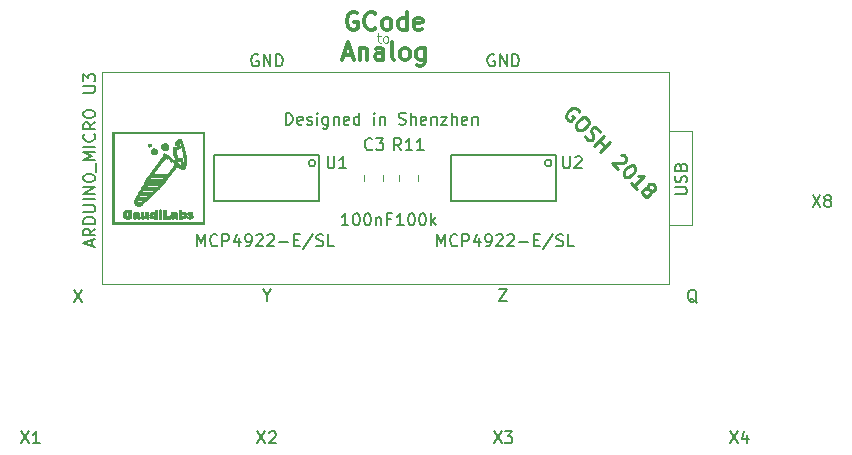
<source format=gbr>
G04 #@! TF.FileFunction,Legend,Top*
%FSLAX46Y46*%
G04 Gerber Fmt 4.6, Leading zero omitted, Abs format (unit mm)*
G04 Created by KiCad (PCBNEW 4.0.7-e2-6376~58~ubuntu16.04.1) date Fri Oct  5 04:37:02 2018*
%MOMM*%
%LPD*%
G01*
G04 APERTURE LIST*
%ADD10C,0.100000*%
%ADD11C,0.250000*%
%ADD12C,0.200000*%
%ADD13C,0.150000*%
%ADD14C,0.300000*%
%ADD15C,0.050000*%
%ADD16C,0.120000*%
%ADD17C,0.010000*%
G04 APERTURE END LIST*
D10*
D11*
X117429010Y-72384482D02*
X117388604Y-72263263D01*
X117267385Y-72142045D01*
X117105761Y-72061233D01*
X116944136Y-72061233D01*
X116822918Y-72101639D01*
X116620887Y-72222857D01*
X116499670Y-72344075D01*
X116378451Y-72546106D01*
X116338045Y-72667325D01*
X116338045Y-72828949D01*
X116418857Y-72990573D01*
X116499670Y-73071385D01*
X116661294Y-73152198D01*
X116742107Y-73152198D01*
X117024949Y-72869355D01*
X116863325Y-72707730D01*
X118035102Y-72909761D02*
X118196726Y-73071385D01*
X118237132Y-73192604D01*
X118237132Y-73354229D01*
X118115913Y-73556258D01*
X117833071Y-73839101D01*
X117631040Y-73960320D01*
X117469416Y-73960320D01*
X117348198Y-73919913D01*
X117186574Y-73758289D01*
X117146167Y-73637071D01*
X117146167Y-73475447D01*
X117267385Y-73273416D01*
X117550228Y-72990573D01*
X117752258Y-72869355D01*
X117913883Y-72869355D01*
X118035102Y-72909761D01*
X117913883Y-74404786D02*
X117994696Y-74566411D01*
X118196726Y-74768442D01*
X118317944Y-74808848D01*
X118398757Y-74808848D01*
X118519975Y-74768442D01*
X118600787Y-74687630D01*
X118641193Y-74566411D01*
X118641193Y-74485599D01*
X118600786Y-74364381D01*
X118479569Y-74162351D01*
X118439162Y-74041132D01*
X118439162Y-73960320D01*
X118479569Y-73839101D01*
X118560380Y-73758289D01*
X118681599Y-73717883D01*
X118762411Y-73717883D01*
X118883630Y-73758289D01*
X119085660Y-73960320D01*
X119166473Y-74121944D01*
X118722005Y-75293721D02*
X119570533Y-74445193D01*
X119166472Y-74849254D02*
X119651346Y-75334128D01*
X119206879Y-75778595D02*
X120055407Y-74930066D01*
X120984747Y-76021031D02*
X121065559Y-76021031D01*
X121186778Y-76061437D01*
X121388808Y-76263468D01*
X121429214Y-76384686D01*
X121429214Y-76465499D01*
X121388808Y-76586717D01*
X121307996Y-76667529D01*
X121146372Y-76748341D01*
X120176626Y-76748341D01*
X120701905Y-77273620D01*
X122075712Y-76950372D02*
X122156524Y-77031183D01*
X122196930Y-77152402D01*
X122196930Y-77233214D01*
X122156524Y-77354433D01*
X122035306Y-77556463D01*
X121833276Y-77758493D01*
X121631245Y-77879712D01*
X121510027Y-77920118D01*
X121429214Y-77920118D01*
X121307996Y-77879711D01*
X121227184Y-77798900D01*
X121186778Y-77677681D01*
X121186778Y-77596869D01*
X121227183Y-77475651D01*
X121348402Y-77273620D01*
X121550432Y-77071589D01*
X121752462Y-76950372D01*
X121873681Y-76909965D01*
X121954493Y-76909965D01*
X122075712Y-76950372D01*
X122318149Y-78889864D02*
X121833275Y-78404991D01*
X122075712Y-78647428D02*
X122924240Y-77798900D01*
X122722209Y-77839306D01*
X122560585Y-77839305D01*
X122439367Y-77798899D01*
X123287895Y-78889864D02*
X123247488Y-78768646D01*
X123247488Y-78687833D01*
X123287895Y-78566615D01*
X123328300Y-78526209D01*
X123449519Y-78485803D01*
X123530331Y-78485803D01*
X123651550Y-78526209D01*
X123813174Y-78687833D01*
X123853580Y-78809052D01*
X123853580Y-78889864D01*
X123813174Y-79011083D01*
X123772768Y-79051488D01*
X123651550Y-79091895D01*
X123570737Y-79091895D01*
X123449519Y-79051488D01*
X123287895Y-78889864D01*
X123166676Y-78849458D01*
X123085864Y-78849458D01*
X122964646Y-78889864D01*
X122803021Y-79051488D01*
X122762615Y-79172706D01*
X122762615Y-79253519D01*
X122803022Y-79374737D01*
X122964646Y-79536361D01*
X123085864Y-79576768D01*
X123166677Y-79576768D01*
X123287895Y-79536362D01*
X123449519Y-79374737D01*
X123489925Y-79253519D01*
X123489925Y-79172707D01*
X123449519Y-79051488D01*
D12*
X125563381Y-79366905D02*
X126372905Y-79366905D01*
X126468143Y-79319286D01*
X126515762Y-79271667D01*
X126563381Y-79176429D01*
X126563381Y-78985952D01*
X126515762Y-78890714D01*
X126468143Y-78843095D01*
X126372905Y-78795476D01*
X125563381Y-78795476D01*
X126515762Y-78366905D02*
X126563381Y-78224048D01*
X126563381Y-77985952D01*
X126515762Y-77890714D01*
X126468143Y-77843095D01*
X126372905Y-77795476D01*
X126277667Y-77795476D01*
X126182429Y-77843095D01*
X126134810Y-77890714D01*
X126087190Y-77985952D01*
X126039571Y-78176429D01*
X125991952Y-78271667D01*
X125944333Y-78319286D01*
X125849095Y-78366905D01*
X125753857Y-78366905D01*
X125658619Y-78319286D01*
X125611000Y-78271667D01*
X125563381Y-78176429D01*
X125563381Y-77938333D01*
X125611000Y-77795476D01*
X126039571Y-77033571D02*
X126087190Y-76890714D01*
X126134810Y-76843095D01*
X126230048Y-76795476D01*
X126372905Y-76795476D01*
X126468143Y-76843095D01*
X126515762Y-76890714D01*
X126563381Y-76985952D01*
X126563381Y-77366905D01*
X125563381Y-77366905D01*
X125563381Y-77033571D01*
X125611000Y-76938333D01*
X125658619Y-76890714D01*
X125753857Y-76843095D01*
X125849095Y-76843095D01*
X125944333Y-76890714D01*
X125991952Y-76938333D01*
X126039571Y-77033571D01*
X126039571Y-77366905D01*
D10*
X100323714Y-65995571D02*
X100628476Y-65995571D01*
X100438000Y-65728905D02*
X100438000Y-66414619D01*
X100476095Y-66490810D01*
X100552286Y-66528905D01*
X100628476Y-66528905D01*
X101009429Y-66528905D02*
X100933238Y-66490810D01*
X100895143Y-66452714D01*
X100857048Y-66376524D01*
X100857048Y-66147952D01*
X100895143Y-66071762D01*
X100933238Y-66033667D01*
X101009429Y-65995571D01*
X101123715Y-65995571D01*
X101199905Y-66033667D01*
X101238000Y-66071762D01*
X101276096Y-66147952D01*
X101276096Y-66376524D01*
X101238000Y-66452714D01*
X101199905Y-66490810D01*
X101123715Y-66528905D01*
X101009429Y-66528905D01*
D13*
X92591952Y-73477381D02*
X92591952Y-72477381D01*
X92830047Y-72477381D01*
X92972905Y-72525000D01*
X93068143Y-72620238D01*
X93115762Y-72715476D01*
X93163381Y-72905952D01*
X93163381Y-73048810D01*
X93115762Y-73239286D01*
X93068143Y-73334524D01*
X92972905Y-73429762D01*
X92830047Y-73477381D01*
X92591952Y-73477381D01*
X93972905Y-73429762D02*
X93877667Y-73477381D01*
X93687190Y-73477381D01*
X93591952Y-73429762D01*
X93544333Y-73334524D01*
X93544333Y-72953571D01*
X93591952Y-72858333D01*
X93687190Y-72810714D01*
X93877667Y-72810714D01*
X93972905Y-72858333D01*
X94020524Y-72953571D01*
X94020524Y-73048810D01*
X93544333Y-73144048D01*
X94401476Y-73429762D02*
X94496714Y-73477381D01*
X94687190Y-73477381D01*
X94782429Y-73429762D01*
X94830048Y-73334524D01*
X94830048Y-73286905D01*
X94782429Y-73191667D01*
X94687190Y-73144048D01*
X94544333Y-73144048D01*
X94449095Y-73096429D01*
X94401476Y-73001190D01*
X94401476Y-72953571D01*
X94449095Y-72858333D01*
X94544333Y-72810714D01*
X94687190Y-72810714D01*
X94782429Y-72858333D01*
X95258619Y-73477381D02*
X95258619Y-72810714D01*
X95258619Y-72477381D02*
X95211000Y-72525000D01*
X95258619Y-72572619D01*
X95306238Y-72525000D01*
X95258619Y-72477381D01*
X95258619Y-72572619D01*
X96163381Y-72810714D02*
X96163381Y-73620238D01*
X96115762Y-73715476D01*
X96068143Y-73763095D01*
X95972904Y-73810714D01*
X95830047Y-73810714D01*
X95734809Y-73763095D01*
X96163381Y-73429762D02*
X96068143Y-73477381D01*
X95877666Y-73477381D01*
X95782428Y-73429762D01*
X95734809Y-73382143D01*
X95687190Y-73286905D01*
X95687190Y-73001190D01*
X95734809Y-72905952D01*
X95782428Y-72858333D01*
X95877666Y-72810714D01*
X96068143Y-72810714D01*
X96163381Y-72858333D01*
X96639571Y-72810714D02*
X96639571Y-73477381D01*
X96639571Y-72905952D02*
X96687190Y-72858333D01*
X96782428Y-72810714D01*
X96925286Y-72810714D01*
X97020524Y-72858333D01*
X97068143Y-72953571D01*
X97068143Y-73477381D01*
X97925286Y-73429762D02*
X97830048Y-73477381D01*
X97639571Y-73477381D01*
X97544333Y-73429762D01*
X97496714Y-73334524D01*
X97496714Y-72953571D01*
X97544333Y-72858333D01*
X97639571Y-72810714D01*
X97830048Y-72810714D01*
X97925286Y-72858333D01*
X97972905Y-72953571D01*
X97972905Y-73048810D01*
X97496714Y-73144048D01*
X98830048Y-73477381D02*
X98830048Y-72477381D01*
X98830048Y-73429762D02*
X98734810Y-73477381D01*
X98544333Y-73477381D01*
X98449095Y-73429762D01*
X98401476Y-73382143D01*
X98353857Y-73286905D01*
X98353857Y-73001190D01*
X98401476Y-72905952D01*
X98449095Y-72858333D01*
X98544333Y-72810714D01*
X98734810Y-72810714D01*
X98830048Y-72858333D01*
X100068143Y-73477381D02*
X100068143Y-72810714D01*
X100068143Y-72477381D02*
X100020524Y-72525000D01*
X100068143Y-72572619D01*
X100115762Y-72525000D01*
X100068143Y-72477381D01*
X100068143Y-72572619D01*
X100544333Y-72810714D02*
X100544333Y-73477381D01*
X100544333Y-72905952D02*
X100591952Y-72858333D01*
X100687190Y-72810714D01*
X100830048Y-72810714D01*
X100925286Y-72858333D01*
X100972905Y-72953571D01*
X100972905Y-73477381D01*
X102163381Y-73429762D02*
X102306238Y-73477381D01*
X102544334Y-73477381D01*
X102639572Y-73429762D01*
X102687191Y-73382143D01*
X102734810Y-73286905D01*
X102734810Y-73191667D01*
X102687191Y-73096429D01*
X102639572Y-73048810D01*
X102544334Y-73001190D01*
X102353857Y-72953571D01*
X102258619Y-72905952D01*
X102211000Y-72858333D01*
X102163381Y-72763095D01*
X102163381Y-72667857D01*
X102211000Y-72572619D01*
X102258619Y-72525000D01*
X102353857Y-72477381D01*
X102591953Y-72477381D01*
X102734810Y-72525000D01*
X103163381Y-73477381D02*
X103163381Y-72477381D01*
X103591953Y-73477381D02*
X103591953Y-72953571D01*
X103544334Y-72858333D01*
X103449096Y-72810714D01*
X103306238Y-72810714D01*
X103211000Y-72858333D01*
X103163381Y-72905952D01*
X104449096Y-73429762D02*
X104353858Y-73477381D01*
X104163381Y-73477381D01*
X104068143Y-73429762D01*
X104020524Y-73334524D01*
X104020524Y-72953571D01*
X104068143Y-72858333D01*
X104163381Y-72810714D01*
X104353858Y-72810714D01*
X104449096Y-72858333D01*
X104496715Y-72953571D01*
X104496715Y-73048810D01*
X104020524Y-73144048D01*
X104925286Y-72810714D02*
X104925286Y-73477381D01*
X104925286Y-72905952D02*
X104972905Y-72858333D01*
X105068143Y-72810714D01*
X105211001Y-72810714D01*
X105306239Y-72858333D01*
X105353858Y-72953571D01*
X105353858Y-73477381D01*
X105734810Y-72810714D02*
X106258620Y-72810714D01*
X105734810Y-73477381D01*
X106258620Y-73477381D01*
X106639572Y-73477381D02*
X106639572Y-72477381D01*
X107068144Y-73477381D02*
X107068144Y-72953571D01*
X107020525Y-72858333D01*
X106925287Y-72810714D01*
X106782429Y-72810714D01*
X106687191Y-72858333D01*
X106639572Y-72905952D01*
X107925287Y-73429762D02*
X107830049Y-73477381D01*
X107639572Y-73477381D01*
X107544334Y-73429762D01*
X107496715Y-73334524D01*
X107496715Y-72953571D01*
X107544334Y-72858333D01*
X107639572Y-72810714D01*
X107830049Y-72810714D01*
X107925287Y-72858333D01*
X107972906Y-72953571D01*
X107972906Y-73048810D01*
X107496715Y-73144048D01*
X108401477Y-72810714D02*
X108401477Y-73477381D01*
X108401477Y-72905952D02*
X108449096Y-72858333D01*
X108544334Y-72810714D01*
X108687192Y-72810714D01*
X108782430Y-72858333D01*
X108830049Y-72953571D01*
X108830049Y-73477381D01*
D14*
X98607857Y-64015000D02*
X98465000Y-63943571D01*
X98250714Y-63943571D01*
X98036429Y-64015000D01*
X97893571Y-64157857D01*
X97822143Y-64300714D01*
X97750714Y-64586429D01*
X97750714Y-64800714D01*
X97822143Y-65086429D01*
X97893571Y-65229286D01*
X98036429Y-65372143D01*
X98250714Y-65443571D01*
X98393571Y-65443571D01*
X98607857Y-65372143D01*
X98679286Y-65300714D01*
X98679286Y-64800714D01*
X98393571Y-64800714D01*
X100179286Y-65300714D02*
X100107857Y-65372143D01*
X99893571Y-65443571D01*
X99750714Y-65443571D01*
X99536429Y-65372143D01*
X99393571Y-65229286D01*
X99322143Y-65086429D01*
X99250714Y-64800714D01*
X99250714Y-64586429D01*
X99322143Y-64300714D01*
X99393571Y-64157857D01*
X99536429Y-64015000D01*
X99750714Y-63943571D01*
X99893571Y-63943571D01*
X100107857Y-64015000D01*
X100179286Y-64086429D01*
X101036429Y-65443571D02*
X100893571Y-65372143D01*
X100822143Y-65300714D01*
X100750714Y-65157857D01*
X100750714Y-64729286D01*
X100822143Y-64586429D01*
X100893571Y-64515000D01*
X101036429Y-64443571D01*
X101250714Y-64443571D01*
X101393571Y-64515000D01*
X101465000Y-64586429D01*
X101536429Y-64729286D01*
X101536429Y-65157857D01*
X101465000Y-65300714D01*
X101393571Y-65372143D01*
X101250714Y-65443571D01*
X101036429Y-65443571D01*
X102822143Y-65443571D02*
X102822143Y-63943571D01*
X102822143Y-65372143D02*
X102679286Y-65443571D01*
X102393572Y-65443571D01*
X102250714Y-65372143D01*
X102179286Y-65300714D01*
X102107857Y-65157857D01*
X102107857Y-64729286D01*
X102179286Y-64586429D01*
X102250714Y-64515000D01*
X102393572Y-64443571D01*
X102679286Y-64443571D01*
X102822143Y-64515000D01*
X104107857Y-65372143D02*
X103965000Y-65443571D01*
X103679286Y-65443571D01*
X103536429Y-65372143D01*
X103465000Y-65229286D01*
X103465000Y-64657857D01*
X103536429Y-64515000D01*
X103679286Y-64443571D01*
X103965000Y-64443571D01*
X104107857Y-64515000D01*
X104179286Y-64657857D01*
X104179286Y-64800714D01*
X103465000Y-64943571D01*
X97500714Y-67565000D02*
X98215000Y-67565000D01*
X97357857Y-67993571D02*
X97857857Y-66493571D01*
X98357857Y-67993571D01*
X98857857Y-66993571D02*
X98857857Y-67993571D01*
X98857857Y-67136429D02*
X98929285Y-67065000D01*
X99072143Y-66993571D01*
X99286428Y-66993571D01*
X99429285Y-67065000D01*
X99500714Y-67207857D01*
X99500714Y-67993571D01*
X100857857Y-67993571D02*
X100857857Y-67207857D01*
X100786428Y-67065000D01*
X100643571Y-66993571D01*
X100357857Y-66993571D01*
X100215000Y-67065000D01*
X100857857Y-67922143D02*
X100715000Y-67993571D01*
X100357857Y-67993571D01*
X100215000Y-67922143D01*
X100143571Y-67779286D01*
X100143571Y-67636429D01*
X100215000Y-67493571D01*
X100357857Y-67422143D01*
X100715000Y-67422143D01*
X100857857Y-67350714D01*
X101786429Y-67993571D02*
X101643571Y-67922143D01*
X101572143Y-67779286D01*
X101572143Y-66493571D01*
X102572143Y-67993571D02*
X102429285Y-67922143D01*
X102357857Y-67850714D01*
X102286428Y-67707857D01*
X102286428Y-67279286D01*
X102357857Y-67136429D01*
X102429285Y-67065000D01*
X102572143Y-66993571D01*
X102786428Y-66993571D01*
X102929285Y-67065000D01*
X103000714Y-67136429D01*
X103072143Y-67279286D01*
X103072143Y-67707857D01*
X103000714Y-67850714D01*
X102929285Y-67922143D01*
X102786428Y-67993571D01*
X102572143Y-67993571D01*
X104357857Y-66993571D02*
X104357857Y-68207857D01*
X104286428Y-68350714D01*
X104215000Y-68422143D01*
X104072143Y-68493571D01*
X103857857Y-68493571D01*
X103715000Y-68422143D01*
X104357857Y-67922143D02*
X104215000Y-67993571D01*
X103929286Y-67993571D01*
X103786428Y-67922143D01*
X103715000Y-67850714D01*
X103643571Y-67707857D01*
X103643571Y-67279286D01*
X103715000Y-67136429D01*
X103786428Y-67065000D01*
X103929286Y-66993571D01*
X104215000Y-66993571D01*
X104357857Y-67065000D01*
D13*
X95098591Y-76727000D02*
G75*
G03X95098591Y-76727000I-288591J0D01*
G01*
X86555000Y-79955800D02*
X86555000Y-76044200D01*
X86555000Y-76044200D02*
X95445000Y-76044200D01*
X95445000Y-79955800D02*
X95445000Y-76044200D01*
X95445000Y-79955800D02*
X86555000Y-79955800D01*
X95445000Y-78508000D02*
X95445000Y-77238000D01*
X115098591Y-76727000D02*
G75*
G03X115098591Y-76727000I-288591J0D01*
G01*
X106555000Y-79955800D02*
X106555000Y-76044200D01*
X106555000Y-76044200D02*
X115445000Y-76044200D01*
X115445000Y-79955800D02*
X115445000Y-76044200D01*
X115445000Y-79955800D02*
X106555000Y-79955800D01*
X115445000Y-78508000D02*
X115445000Y-77238000D01*
D15*
X99187600Y-77746000D02*
X99187600Y-78254000D01*
X100812400Y-77746000D02*
X100812400Y-78254000D01*
X103812400Y-78254000D02*
X103812400Y-77746000D01*
X102187600Y-78254000D02*
X102187600Y-77746000D01*
D16*
X125000000Y-82000000D02*
X127000000Y-82000000D01*
X127000000Y-82000000D02*
X127000000Y-74000000D01*
X127000000Y-74000000D02*
X125000000Y-74000000D01*
X77000000Y-87000000D02*
X125000000Y-87000000D01*
X125000000Y-87000000D02*
X125000000Y-69000000D01*
X125000000Y-69000000D02*
X77000000Y-69000000D01*
X77000000Y-69000000D02*
X77000000Y-87000000D01*
D17*
G36*
X85708525Y-81898526D02*
X77853572Y-81898526D01*
X77853572Y-74196501D01*
X78006500Y-74196501D01*
X78006500Y-81745597D01*
X85555597Y-81745597D01*
X85555597Y-74196501D01*
X78006500Y-74196501D01*
X77853572Y-74196501D01*
X77853572Y-74057475D01*
X85708525Y-74057475D01*
X85708525Y-81898526D01*
X85708525Y-81898526D01*
G37*
X85708525Y-81898526D02*
X77853572Y-81898526D01*
X77853572Y-74196501D01*
X78006500Y-74196501D01*
X78006500Y-81745597D01*
X85555597Y-81745597D01*
X85555597Y-74196501D01*
X78006500Y-74196501D01*
X77853572Y-74196501D01*
X77853572Y-74057475D01*
X85708525Y-74057475D01*
X85708525Y-81898526D01*
G36*
X79306299Y-80674993D02*
X79383807Y-80686389D01*
X79414135Y-80693936D01*
X79494075Y-80717584D01*
X79494075Y-80908772D01*
X79421087Y-80880510D01*
X79328564Y-80854616D01*
X79244723Y-80850344D01*
X79172338Y-80866363D01*
X79114185Y-80901340D01*
X79073036Y-80953943D01*
X79051668Y-81022840D01*
X79049245Y-81059021D01*
X79061162Y-81129930D01*
X79095320Y-81185899D01*
X79149160Y-81224560D01*
X79220122Y-81243543D01*
X79250334Y-81245105D01*
X79283221Y-81242834D01*
X79296790Y-81231263D01*
X79299439Y-81203397D01*
X79295994Y-81173856D01*
X79279745Y-81162967D01*
X79257731Y-81161689D01*
X79234645Y-81160597D01*
X79222184Y-81152951D01*
X79217072Y-81132198D01*
X79216032Y-81091783D01*
X79216024Y-81078274D01*
X79216024Y-80994858D01*
X79508721Y-80994858D01*
X79504874Y-81199367D01*
X79501026Y-81403876D01*
X79452367Y-81414047D01*
X79410188Y-81420373D01*
X79352085Y-81425918D01*
X79286312Y-81430265D01*
X79221122Y-81432994D01*
X79164766Y-81433689D01*
X79125498Y-81431931D01*
X79118706Y-81430946D01*
X79010647Y-81398732D01*
X78921961Y-81346921D01*
X78851728Y-81274925D01*
X78833703Y-81248644D01*
X78813489Y-81214268D01*
X78801109Y-81183832D01*
X78794669Y-81148643D01*
X78792277Y-81100004D01*
X78791995Y-81057102D01*
X78792687Y-80995659D01*
X78796124Y-80953202D01*
X78804353Y-80920921D01*
X78819417Y-80890006D01*
X78837604Y-80860587D01*
X78902715Y-80781313D01*
X78982908Y-80723938D01*
X79079609Y-80687762D01*
X79194244Y-80672084D01*
X79222975Y-80671306D01*
X79306299Y-80674993D01*
X79306299Y-80674993D01*
G37*
X79306299Y-80674993D02*
X79383807Y-80686389D01*
X79414135Y-80693936D01*
X79494075Y-80717584D01*
X79494075Y-80908772D01*
X79421087Y-80880510D01*
X79328564Y-80854616D01*
X79244723Y-80850344D01*
X79172338Y-80866363D01*
X79114185Y-80901340D01*
X79073036Y-80953943D01*
X79051668Y-81022840D01*
X79049245Y-81059021D01*
X79061162Y-81129930D01*
X79095320Y-81185899D01*
X79149160Y-81224560D01*
X79220122Y-81243543D01*
X79250334Y-81245105D01*
X79283221Y-81242834D01*
X79296790Y-81231263D01*
X79299439Y-81203397D01*
X79295994Y-81173856D01*
X79279745Y-81162967D01*
X79257731Y-81161689D01*
X79234645Y-81160597D01*
X79222184Y-81152951D01*
X79217072Y-81132198D01*
X79216032Y-81091783D01*
X79216024Y-81078274D01*
X79216024Y-80994858D01*
X79508721Y-80994858D01*
X79504874Y-81199367D01*
X79501026Y-81403876D01*
X79452367Y-81414047D01*
X79410188Y-81420373D01*
X79352085Y-81425918D01*
X79286312Y-81430265D01*
X79221122Y-81432994D01*
X79164766Y-81433689D01*
X79125498Y-81431931D01*
X79118706Y-81430946D01*
X79010647Y-81398732D01*
X78921961Y-81346921D01*
X78851728Y-81274925D01*
X78833703Y-81248644D01*
X78813489Y-81214268D01*
X78801109Y-81183832D01*
X78794669Y-81148643D01*
X78792277Y-81100004D01*
X78791995Y-81057102D01*
X78792687Y-80995659D01*
X78796124Y-80953202D01*
X78804353Y-80920921D01*
X78819417Y-80890006D01*
X78837604Y-80860587D01*
X78902715Y-80781313D01*
X78982908Y-80723938D01*
X79079609Y-80687762D01*
X79194244Y-80672084D01*
X79222975Y-80671306D01*
X79306299Y-80674993D01*
G36*
X79974746Y-80840414D02*
X80049076Y-80858372D01*
X80110109Y-80890504D01*
X80147971Y-80929870D01*
X80158858Y-80960944D01*
X80167787Y-81015828D01*
X80174151Y-81090562D01*
X80174990Y-81106079D01*
X80178704Y-81171732D01*
X80182890Y-81215010D01*
X80188852Y-81241334D01*
X80197897Y-81256121D01*
X80211328Y-81264790D01*
X80213437Y-81265738D01*
X80235889Y-81284173D01*
X80238594Y-81300495D01*
X80231521Y-81326465D01*
X80220961Y-81366501D01*
X80216812Y-81382470D01*
X80201057Y-81443371D01*
X80130810Y-81435051D01*
X80082495Y-81425827D01*
X80040825Y-81412026D01*
X80027535Y-81405090D01*
X80000761Y-81391454D01*
X79976526Y-81393899D01*
X79955003Y-81403876D01*
X79904559Y-81421334D01*
X79842043Y-81431413D01*
X79780611Y-81432765D01*
X79739029Y-81426031D01*
X79680564Y-81396222D01*
X79645000Y-81351673D01*
X79633410Y-81294816D01*
X79635644Y-81272240D01*
X79804957Y-81272240D01*
X79811492Y-81308078D01*
X79837514Y-81335876D01*
X79878726Y-81341894D01*
X79931352Y-81326289D01*
X79953971Y-81311673D01*
X79964303Y-81288898D01*
X79966763Y-81248317D01*
X79965647Y-81210491D01*
X79959546Y-81194009D01*
X79944327Y-81192424D01*
X79932619Y-81195050D01*
X79864147Y-81216944D01*
X79822044Y-81242254D01*
X79804957Y-81272240D01*
X79635644Y-81272240D01*
X79637892Y-81249537D01*
X79653383Y-81214143D01*
X79683792Y-81185149D01*
X79733030Y-81159073D01*
X79805005Y-81132433D01*
X79821847Y-81126932D01*
X79879129Y-81107292D01*
X79925569Y-81089108D01*
X79955328Y-81074799D01*
X79963116Y-81068361D01*
X79958121Y-81048315D01*
X79943910Y-81029602D01*
X79909731Y-81013447D01*
X79859524Y-81012054D01*
X79800153Y-81024407D01*
X79738481Y-81049485D01*
X79713057Y-81063869D01*
X79645741Y-81105715D01*
X79649848Y-81012448D01*
X79653955Y-80919180D01*
X79732612Y-80879010D01*
X79810449Y-80849991D01*
X79893181Y-80837373D01*
X79974746Y-80840414D01*
X79974746Y-80840414D01*
G37*
X79974746Y-80840414D02*
X80049076Y-80858372D01*
X80110109Y-80890504D01*
X80147971Y-80929870D01*
X80158858Y-80960944D01*
X80167787Y-81015828D01*
X80174151Y-81090562D01*
X80174990Y-81106079D01*
X80178704Y-81171732D01*
X80182890Y-81215010D01*
X80188852Y-81241334D01*
X80197897Y-81256121D01*
X80211328Y-81264790D01*
X80213437Y-81265738D01*
X80235889Y-81284173D01*
X80238594Y-81300495D01*
X80231521Y-81326465D01*
X80220961Y-81366501D01*
X80216812Y-81382470D01*
X80201057Y-81443371D01*
X80130810Y-81435051D01*
X80082495Y-81425827D01*
X80040825Y-81412026D01*
X80027535Y-81405090D01*
X80000761Y-81391454D01*
X79976526Y-81393899D01*
X79955003Y-81403876D01*
X79904559Y-81421334D01*
X79842043Y-81431413D01*
X79780611Y-81432765D01*
X79739029Y-81426031D01*
X79680564Y-81396222D01*
X79645000Y-81351673D01*
X79633410Y-81294816D01*
X79635644Y-81272240D01*
X79804957Y-81272240D01*
X79811492Y-81308078D01*
X79837514Y-81335876D01*
X79878726Y-81341894D01*
X79931352Y-81326289D01*
X79953971Y-81311673D01*
X79964303Y-81288898D01*
X79966763Y-81248317D01*
X79965647Y-81210491D01*
X79959546Y-81194009D01*
X79944327Y-81192424D01*
X79932619Y-81195050D01*
X79864147Y-81216944D01*
X79822044Y-81242254D01*
X79804957Y-81272240D01*
X79635644Y-81272240D01*
X79637892Y-81249537D01*
X79653383Y-81214143D01*
X79683792Y-81185149D01*
X79733030Y-81159073D01*
X79805005Y-81132433D01*
X79821847Y-81126932D01*
X79879129Y-81107292D01*
X79925569Y-81089108D01*
X79955328Y-81074799D01*
X79963116Y-81068361D01*
X79958121Y-81048315D01*
X79943910Y-81029602D01*
X79909731Y-81013447D01*
X79859524Y-81012054D01*
X79800153Y-81024407D01*
X79738481Y-81049485D01*
X79713057Y-81063869D01*
X79645741Y-81105715D01*
X79649848Y-81012448D01*
X79653955Y-80919180D01*
X79732612Y-80879010D01*
X79810449Y-80849991D01*
X79893181Y-80837373D01*
X79974746Y-80840414D01*
G36*
X80522866Y-81012619D02*
X80523741Y-81091233D01*
X80526711Y-81146889D01*
X80532291Y-81184391D01*
X80540997Y-81208542D01*
X80544508Y-81214206D01*
X80575274Y-81240673D01*
X80612586Y-81240511D01*
X80644895Y-81223463D01*
X80657574Y-81212983D01*
X80666213Y-81199142D01*
X80671584Y-81176914D01*
X80674457Y-81141270D01*
X80675603Y-81087185D01*
X80675794Y-81021875D01*
X80675794Y-80841930D01*
X80912138Y-80841930D01*
X80912138Y-81040737D01*
X80912839Y-81126801D01*
X80915559Y-81188867D01*
X80921225Y-81230719D01*
X80930761Y-81256144D01*
X80945095Y-81268926D01*
X80965151Y-81272851D01*
X80968926Y-81272910D01*
X80981220Y-81275251D01*
X80984174Y-81286320D01*
X80977436Y-81312187D01*
X80964531Y-81348425D01*
X80947150Y-81391632D01*
X80931085Y-81415530D01*
X80909365Y-81427352D01*
X80883020Y-81433011D01*
X80809109Y-81435727D01*
X80750697Y-81416754D01*
X80716867Y-81387117D01*
X80694611Y-81363429D01*
X80677123Y-81360460D01*
X80664563Y-81367628D01*
X80620521Y-81394530D01*
X80569533Y-81418446D01*
X80522354Y-81434819D01*
X80495060Y-81439425D01*
X80460995Y-81433464D01*
X80417795Y-81418196D01*
X80403681Y-81411691D01*
X80368854Y-81391617D01*
X80342743Y-81367863D01*
X80324135Y-81336338D01*
X80311815Y-81292951D01*
X80304568Y-81233608D01*
X80301180Y-81154220D01*
X80300424Y-81063900D01*
X80300424Y-80841930D01*
X80522866Y-80841930D01*
X80522866Y-81012619D01*
X80522866Y-81012619D01*
G37*
X80522866Y-81012619D02*
X80523741Y-81091233D01*
X80526711Y-81146889D01*
X80532291Y-81184391D01*
X80540997Y-81208542D01*
X80544508Y-81214206D01*
X80575274Y-81240673D01*
X80612586Y-81240511D01*
X80644895Y-81223463D01*
X80657574Y-81212983D01*
X80666213Y-81199142D01*
X80671584Y-81176914D01*
X80674457Y-81141270D01*
X80675603Y-81087185D01*
X80675794Y-81021875D01*
X80675794Y-80841930D01*
X80912138Y-80841930D01*
X80912138Y-81040737D01*
X80912839Y-81126801D01*
X80915559Y-81188867D01*
X80921225Y-81230719D01*
X80930761Y-81256144D01*
X80945095Y-81268926D01*
X80965151Y-81272851D01*
X80968926Y-81272910D01*
X80981220Y-81275251D01*
X80984174Y-81286320D01*
X80977436Y-81312187D01*
X80964531Y-81348425D01*
X80947150Y-81391632D01*
X80931085Y-81415530D01*
X80909365Y-81427352D01*
X80883020Y-81433011D01*
X80809109Y-81435727D01*
X80750697Y-81416754D01*
X80716867Y-81387117D01*
X80694611Y-81363429D01*
X80677123Y-81360460D01*
X80664563Y-81367628D01*
X80620521Y-81394530D01*
X80569533Y-81418446D01*
X80522354Y-81434819D01*
X80495060Y-81439425D01*
X80460995Y-81433464D01*
X80417795Y-81418196D01*
X80403681Y-81411691D01*
X80368854Y-81391617D01*
X80342743Y-81367863D01*
X80324135Y-81336338D01*
X80311815Y-81292951D01*
X80304568Y-81233608D01*
X80301180Y-81154220D01*
X80300424Y-81063900D01*
X80300424Y-80841930D01*
X80522866Y-80841930D01*
X80522866Y-81012619D01*
G36*
X83158435Y-80840414D02*
X83232766Y-80858372D01*
X83293798Y-80890504D01*
X83331660Y-80929870D01*
X83342547Y-80960944D01*
X83351476Y-81015828D01*
X83357840Y-81090562D01*
X83358679Y-81106079D01*
X83362393Y-81171732D01*
X83366579Y-81215010D01*
X83372541Y-81241334D01*
X83381586Y-81256121D01*
X83395017Y-81264790D01*
X83397126Y-81265738D01*
X83419578Y-81284173D01*
X83422283Y-81300495D01*
X83415210Y-81326465D01*
X83404651Y-81366501D01*
X83400501Y-81382470D01*
X83384746Y-81443371D01*
X83314500Y-81435051D01*
X83266184Y-81425827D01*
X83224514Y-81412026D01*
X83211224Y-81405090D01*
X83184450Y-81391454D01*
X83160215Y-81393899D01*
X83138692Y-81403876D01*
X83088248Y-81421334D01*
X83025732Y-81431413D01*
X82964300Y-81432765D01*
X82922718Y-81426031D01*
X82864253Y-81396222D01*
X82828689Y-81351673D01*
X82817099Y-81294816D01*
X82819333Y-81272240D01*
X82988646Y-81272240D01*
X82995181Y-81308078D01*
X83021203Y-81335876D01*
X83062415Y-81341894D01*
X83115041Y-81326289D01*
X83137660Y-81311673D01*
X83147992Y-81288898D01*
X83150452Y-81248317D01*
X83149336Y-81210491D01*
X83143235Y-81194009D01*
X83128016Y-81192424D01*
X83116309Y-81195050D01*
X83047836Y-81216944D01*
X83005733Y-81242254D01*
X82988646Y-81272240D01*
X82819333Y-81272240D01*
X82821581Y-81249537D01*
X82837072Y-81214143D01*
X82867481Y-81185149D01*
X82916719Y-81159073D01*
X82988694Y-81132433D01*
X83005536Y-81126932D01*
X83062818Y-81107292D01*
X83109258Y-81089108D01*
X83139017Y-81074799D01*
X83146805Y-81068361D01*
X83141810Y-81048315D01*
X83127599Y-81029602D01*
X83093420Y-81013447D01*
X83043213Y-81012054D01*
X82983842Y-81024407D01*
X82922170Y-81049485D01*
X82896746Y-81063869D01*
X82829430Y-81105715D01*
X82833537Y-81012448D01*
X82837644Y-80919180D01*
X82916301Y-80879010D01*
X82994138Y-80849991D01*
X83076871Y-80837373D01*
X83158435Y-80840414D01*
X83158435Y-80840414D01*
G37*
X83158435Y-80840414D02*
X83232766Y-80858372D01*
X83293798Y-80890504D01*
X83331660Y-80929870D01*
X83342547Y-80960944D01*
X83351476Y-81015828D01*
X83357840Y-81090562D01*
X83358679Y-81106079D01*
X83362393Y-81171732D01*
X83366579Y-81215010D01*
X83372541Y-81241334D01*
X83381586Y-81256121D01*
X83395017Y-81264790D01*
X83397126Y-81265738D01*
X83419578Y-81284173D01*
X83422283Y-81300495D01*
X83415210Y-81326465D01*
X83404651Y-81366501D01*
X83400501Y-81382470D01*
X83384746Y-81443371D01*
X83314500Y-81435051D01*
X83266184Y-81425827D01*
X83224514Y-81412026D01*
X83211224Y-81405090D01*
X83184450Y-81391454D01*
X83160215Y-81393899D01*
X83138692Y-81403876D01*
X83088248Y-81421334D01*
X83025732Y-81431413D01*
X82964300Y-81432765D01*
X82922718Y-81426031D01*
X82864253Y-81396222D01*
X82828689Y-81351673D01*
X82817099Y-81294816D01*
X82819333Y-81272240D01*
X82988646Y-81272240D01*
X82995181Y-81308078D01*
X83021203Y-81335876D01*
X83062415Y-81341894D01*
X83115041Y-81326289D01*
X83137660Y-81311673D01*
X83147992Y-81288898D01*
X83150452Y-81248317D01*
X83149336Y-81210491D01*
X83143235Y-81194009D01*
X83128016Y-81192424D01*
X83116309Y-81195050D01*
X83047836Y-81216944D01*
X83005733Y-81242254D01*
X82988646Y-81272240D01*
X82819333Y-81272240D01*
X82821581Y-81249537D01*
X82837072Y-81214143D01*
X82867481Y-81185149D01*
X82916719Y-81159073D01*
X82988694Y-81132433D01*
X83005536Y-81126932D01*
X83062818Y-81107292D01*
X83109258Y-81089108D01*
X83139017Y-81074799D01*
X83146805Y-81068361D01*
X83141810Y-81048315D01*
X83127599Y-81029602D01*
X83093420Y-81013447D01*
X83043213Y-81012054D01*
X82983842Y-81024407D01*
X82922170Y-81049485D01*
X82896746Y-81063869D01*
X82829430Y-81105715D01*
X82833537Y-81012448D01*
X82837644Y-80919180D01*
X82916301Y-80879010D01*
X82994138Y-80849991D01*
X83076871Y-80837373D01*
X83158435Y-80840414D01*
G36*
X84542946Y-80841795D02*
X84598963Y-80849840D01*
X84631076Y-80857866D01*
X84662404Y-80869609D01*
X84679406Y-80883161D01*
X84687084Y-80906787D01*
X84690442Y-80948752D01*
X84690855Y-80956628D01*
X84692227Y-80999544D01*
X84691494Y-81028559D01*
X84689516Y-81036566D01*
X84674700Y-81030969D01*
X84645160Y-81017154D01*
X84638038Y-81013634D01*
X84591109Y-80997085D01*
X84542419Y-80989315D01*
X84542060Y-80989305D01*
X84508088Y-80991135D01*
X84494032Y-81001819D01*
X84492050Y-81015506D01*
X84502320Y-81038435D01*
X84535211Y-81062406D01*
X84561563Y-81075841D01*
X84629198Y-81113051D01*
X84674388Y-81152111D01*
X84702317Y-81198018D01*
X84709567Y-81218585D01*
X84717660Y-81258222D01*
X84712262Y-81292494D01*
X84698907Y-81323300D01*
X84671116Y-81364154D01*
X84635879Y-81397182D01*
X84628859Y-81401666D01*
X84584284Y-81418338D01*
X84523793Y-81429706D01*
X84459010Y-81434289D01*
X84401683Y-81430625D01*
X84366625Y-81422190D01*
X84321575Y-81408180D01*
X84307841Y-81403345D01*
X84248755Y-81381831D01*
X84248755Y-81298407D01*
X84250313Y-81255476D01*
X84254366Y-81227349D01*
X84259182Y-81220326D01*
X84343827Y-81259760D01*
X84408075Y-81280755D01*
X84452292Y-81283363D01*
X84476847Y-81267637D01*
X84481992Y-81252056D01*
X84478372Y-81234105D01*
X84459516Y-81215091D01*
X84421159Y-81191384D01*
X84393455Y-81176697D01*
X84322903Y-81133990D01*
X84277733Y-81090286D01*
X84255604Y-81042463D01*
X84253798Y-80990304D01*
X84273758Y-80927341D01*
X84315777Y-80880762D01*
X84379093Y-80851068D01*
X84462940Y-80838761D01*
X84484886Y-80838441D01*
X84542946Y-80841795D01*
X84542946Y-80841795D01*
G37*
X84542946Y-80841795D02*
X84598963Y-80849840D01*
X84631076Y-80857866D01*
X84662404Y-80869609D01*
X84679406Y-80883161D01*
X84687084Y-80906787D01*
X84690442Y-80948752D01*
X84690855Y-80956628D01*
X84692227Y-80999544D01*
X84691494Y-81028559D01*
X84689516Y-81036566D01*
X84674700Y-81030969D01*
X84645160Y-81017154D01*
X84638038Y-81013634D01*
X84591109Y-80997085D01*
X84542419Y-80989315D01*
X84542060Y-80989305D01*
X84508088Y-80991135D01*
X84494032Y-81001819D01*
X84492050Y-81015506D01*
X84502320Y-81038435D01*
X84535211Y-81062406D01*
X84561563Y-81075841D01*
X84629198Y-81113051D01*
X84674388Y-81152111D01*
X84702317Y-81198018D01*
X84709567Y-81218585D01*
X84717660Y-81258222D01*
X84712262Y-81292494D01*
X84698907Y-81323300D01*
X84671116Y-81364154D01*
X84635879Y-81397182D01*
X84628859Y-81401666D01*
X84584284Y-81418338D01*
X84523793Y-81429706D01*
X84459010Y-81434289D01*
X84401683Y-81430625D01*
X84366625Y-81422190D01*
X84321575Y-81408180D01*
X84307841Y-81403345D01*
X84248755Y-81381831D01*
X84248755Y-81298407D01*
X84250313Y-81255476D01*
X84254366Y-81227349D01*
X84259182Y-81220326D01*
X84343827Y-81259760D01*
X84408075Y-81280755D01*
X84452292Y-81283363D01*
X84476847Y-81267637D01*
X84481992Y-81252056D01*
X84478372Y-81234105D01*
X84459516Y-81215091D01*
X84421159Y-81191384D01*
X84393455Y-81176697D01*
X84322903Y-81133990D01*
X84277733Y-81090286D01*
X84255604Y-81042463D01*
X84253798Y-80990304D01*
X84273758Y-80927341D01*
X84315777Y-80880762D01*
X84379093Y-80851068D01*
X84462940Y-80838761D01*
X84484886Y-80838441D01*
X84542946Y-80841795D01*
G36*
X81704584Y-81425838D02*
X81492570Y-81424584D01*
X81414692Y-81423286D01*
X81343242Y-81420560D01*
X81284458Y-81416755D01*
X81244576Y-81412220D01*
X81234836Y-81410145D01*
X81197834Y-81392322D01*
X81155910Y-81362086D01*
X81137184Y-81345028D01*
X81086772Y-81277382D01*
X81058622Y-81201547D01*
X81051707Y-81124939D01*
X81284043Y-81124939D01*
X81289569Y-81161628D01*
X81316334Y-81202041D01*
X81362403Y-81223504D01*
X81419582Y-81227127D01*
X81475192Y-81224251D01*
X81483338Y-81039885D01*
X81433889Y-81030608D01*
X81377302Y-81030295D01*
X81330240Y-81048840D01*
X81297541Y-81081852D01*
X81284043Y-81124939D01*
X81051707Y-81124939D01*
X81051466Y-81122279D01*
X81064034Y-81044335D01*
X81095056Y-80972471D01*
X81143263Y-80911441D01*
X81207385Y-80866002D01*
X81271013Y-80843698D01*
X81320480Y-80836063D01*
X81364718Y-80834064D01*
X81382234Y-80835808D01*
X81433954Y-80846854D01*
X81463964Y-80850078D01*
X81478105Y-80841381D01*
X81482221Y-80816664D01*
X81482155Y-80771830D01*
X81482143Y-80765731D01*
X81482143Y-80675099D01*
X81704584Y-80675099D01*
X81704584Y-81425838D01*
X81704584Y-81425838D01*
G37*
X81704584Y-81425838D02*
X81492570Y-81424584D01*
X81414692Y-81423286D01*
X81343242Y-81420560D01*
X81284458Y-81416755D01*
X81244576Y-81412220D01*
X81234836Y-81410145D01*
X81197834Y-81392322D01*
X81155910Y-81362086D01*
X81137184Y-81345028D01*
X81086772Y-81277382D01*
X81058622Y-81201547D01*
X81051707Y-81124939D01*
X81284043Y-81124939D01*
X81289569Y-81161628D01*
X81316334Y-81202041D01*
X81362403Y-81223504D01*
X81419582Y-81227127D01*
X81475192Y-81224251D01*
X81483338Y-81039885D01*
X81433889Y-81030608D01*
X81377302Y-81030295D01*
X81330240Y-81048840D01*
X81297541Y-81081852D01*
X81284043Y-81124939D01*
X81051707Y-81124939D01*
X81051466Y-81122279D01*
X81064034Y-81044335D01*
X81095056Y-80972471D01*
X81143263Y-80911441D01*
X81207385Y-80866002D01*
X81271013Y-80843698D01*
X81320480Y-80836063D01*
X81364718Y-80834064D01*
X81382234Y-80835808D01*
X81433954Y-80846854D01*
X81463964Y-80850078D01*
X81478105Y-80841381D01*
X81482221Y-80816664D01*
X81482155Y-80771830D01*
X81482143Y-80765731D01*
X81482143Y-80675099D01*
X81704584Y-80675099D01*
X81704584Y-81425838D01*
G36*
X82066051Y-81425838D02*
X81843610Y-81425838D01*
X81843610Y-80841930D01*
X82066051Y-80841930D01*
X82066051Y-81425838D01*
X82066051Y-81425838D01*
G37*
X82066051Y-81425838D02*
X81843610Y-81425838D01*
X81843610Y-80841930D01*
X82066051Y-80841930D01*
X82066051Y-81425838D01*
G36*
X82469226Y-81231202D02*
X82761180Y-81231202D01*
X82761180Y-81425838D01*
X82218979Y-81425838D01*
X82218979Y-80675099D01*
X82469226Y-80675099D01*
X82469226Y-81231202D01*
X82469226Y-81231202D01*
G37*
X82469226Y-81231202D02*
X82761180Y-81231202D01*
X82761180Y-81425838D01*
X82218979Y-81425838D01*
X82218979Y-80675099D01*
X82469226Y-80675099D01*
X82469226Y-81231202D01*
G36*
X83734360Y-80766403D02*
X83734876Y-80815049D01*
X83737844Y-80841423D01*
X83745396Y-80851059D01*
X83759660Y-80849487D01*
X83765641Y-80847633D01*
X83842773Y-80835352D01*
X83925529Y-80842954D01*
X84004864Y-80868220D01*
X84071734Y-80908930D01*
X84091688Y-80927658D01*
X84137806Y-80996187D01*
X84161870Y-81074810D01*
X84164531Y-81157572D01*
X84146439Y-81238519D01*
X84108246Y-81311697D01*
X84050604Y-81371151D01*
X84042537Y-81376993D01*
X83982295Y-81418887D01*
X83747107Y-81423534D01*
X83511919Y-81428182D01*
X83511919Y-81135372D01*
X83734360Y-81135372D01*
X83734360Y-81231202D01*
X83804505Y-81231202D01*
X83853431Y-81227864D01*
X83886662Y-81215323D01*
X83908774Y-81197078D01*
X83935363Y-81154896D01*
X83938068Y-81111038D01*
X83919885Y-81070950D01*
X83883806Y-81040078D01*
X83832828Y-81023868D01*
X83812875Y-81022664D01*
X83773959Y-81025126D01*
X83750512Y-81036190D01*
X83738693Y-81061370D01*
X83734659Y-81106183D01*
X83734360Y-81135372D01*
X83511919Y-81135372D01*
X83511919Y-80675099D01*
X83734360Y-80675099D01*
X83734360Y-80766403D01*
X83734360Y-80766403D01*
G37*
X83734360Y-80766403D02*
X83734876Y-80815049D01*
X83737844Y-80841423D01*
X83745396Y-80851059D01*
X83759660Y-80849487D01*
X83765641Y-80847633D01*
X83842773Y-80835352D01*
X83925529Y-80842954D01*
X84004864Y-80868220D01*
X84071734Y-80908930D01*
X84091688Y-80927658D01*
X84137806Y-80996187D01*
X84161870Y-81074810D01*
X84164531Y-81157572D01*
X84146439Y-81238519D01*
X84108246Y-81311697D01*
X84050604Y-81371151D01*
X84042537Y-81376993D01*
X83982295Y-81418887D01*
X83747107Y-81423534D01*
X83511919Y-81428182D01*
X83511919Y-81135372D01*
X83734360Y-81135372D01*
X83734360Y-81231202D01*
X83804505Y-81231202D01*
X83853431Y-81227864D01*
X83886662Y-81215323D01*
X83908774Y-81197078D01*
X83935363Y-81154896D01*
X83938068Y-81111038D01*
X83919885Y-81070950D01*
X83883806Y-81040078D01*
X83832828Y-81023868D01*
X83812875Y-81022664D01*
X83773959Y-81025126D01*
X83750512Y-81036190D01*
X83738693Y-81061370D01*
X83734659Y-81106183D01*
X83734360Y-81135372D01*
X83511919Y-81135372D01*
X83511919Y-80675099D01*
X83734360Y-80675099D01*
X83734360Y-80766403D01*
G36*
X81979581Y-80655439D02*
X82005538Y-80669664D01*
X82017958Y-80694666D01*
X82021881Y-80723457D01*
X82020552Y-80766916D01*
X82006113Y-80792730D01*
X82001846Y-80796192D01*
X81961156Y-80813012D01*
X81923703Y-80802374D01*
X81908326Y-80788701D01*
X81887962Y-80750737D01*
X81887690Y-80711321D01*
X81903845Y-80677309D01*
X81932760Y-80655556D01*
X81970770Y-80652917D01*
X81979581Y-80655439D01*
X81979581Y-80655439D01*
G37*
X81979581Y-80655439D02*
X82005538Y-80669664D01*
X82017958Y-80694666D01*
X82021881Y-80723457D01*
X82020552Y-80766916D01*
X82006113Y-80792730D01*
X82001846Y-80796192D01*
X81961156Y-80813012D01*
X81923703Y-80802374D01*
X81908326Y-80788701D01*
X81887962Y-80750737D01*
X81887690Y-80711321D01*
X81903845Y-80677309D01*
X81932760Y-80655556D01*
X81970770Y-80652917D01*
X81979581Y-80655439D01*
G36*
X83625191Y-74683952D02*
X83645776Y-74686737D01*
X83744877Y-74700448D01*
X83899909Y-75234006D01*
X84054940Y-75767563D01*
X84110137Y-76297970D01*
X84165333Y-76828377D01*
X84118247Y-76913123D01*
X84092208Y-76965961D01*
X84071523Y-77018736D01*
X84061764Y-77054902D01*
X84054226Y-77085393D01*
X84039780Y-77112106D01*
X84013673Y-77141153D01*
X83971153Y-77178650D01*
X83955368Y-77191735D01*
X83858367Y-77271534D01*
X83592178Y-77151898D01*
X83512594Y-77116794D01*
X83441653Y-77086769D01*
X83383202Y-77063346D01*
X83341087Y-77048049D01*
X83319155Y-77042403D01*
X83317039Y-77042870D01*
X83307158Y-77055215D01*
X83281351Y-77087632D01*
X83240978Y-77138412D01*
X83187394Y-77205847D01*
X83121958Y-77288227D01*
X83046028Y-77383842D01*
X82960959Y-77490984D01*
X82868111Y-77607943D01*
X82768841Y-77733011D01*
X82664505Y-77864477D01*
X82657161Y-77873731D01*
X82550324Y-78008110D01*
X82446686Y-78137988D01*
X82347815Y-78261430D01*
X82255276Y-78376501D01*
X82170638Y-78481266D01*
X82095467Y-78573791D01*
X82031330Y-78652139D01*
X81979796Y-78714376D01*
X81942430Y-78758568D01*
X81921446Y-78782113D01*
X81879390Y-78824984D01*
X81821347Y-78882894D01*
X81749325Y-78953919D01*
X81665334Y-79036132D01*
X81571382Y-79127608D01*
X81469477Y-79226421D01*
X81361629Y-79330646D01*
X81249846Y-79438357D01*
X81136137Y-79547628D01*
X81022511Y-79656535D01*
X80910975Y-79763151D01*
X80803540Y-79865550D01*
X80702214Y-79961808D01*
X80609005Y-80049998D01*
X80525923Y-80128195D01*
X80454975Y-80194474D01*
X80398171Y-80246909D01*
X80357520Y-80283573D01*
X80336702Y-80301265D01*
X80304872Y-80318089D01*
X80255419Y-80335941D01*
X80198267Y-80352044D01*
X80143335Y-80363619D01*
X80100547Y-80367890D01*
X80098837Y-80367860D01*
X80079889Y-80363123D01*
X80042410Y-80350918D01*
X79993845Y-80333696D01*
X79984193Y-80330139D01*
X79928835Y-80307808D01*
X79890579Y-80285953D01*
X79859742Y-80257586D01*
X79827789Y-80217279D01*
X79799306Y-80175653D01*
X79779079Y-80140394D01*
X79771672Y-80119961D01*
X79770115Y-80100383D01*
X80002600Y-80100383D01*
X80006268Y-80108452D01*
X80029898Y-80122954D01*
X80068500Y-80139219D01*
X80109963Y-80152706D01*
X80140545Y-80158784D01*
X80160379Y-80151358D01*
X80185728Y-80133684D01*
X80208158Y-80112474D01*
X80217009Y-80099390D01*
X80204191Y-80095624D01*
X80170071Y-80092770D01*
X80121146Y-80091296D01*
X80103008Y-80091191D01*
X80046771Y-80091989D01*
X80014552Y-80094830D01*
X80002600Y-80100383D01*
X79770115Y-80100383D01*
X79769731Y-80095570D01*
X79765098Y-80053047D01*
X79759104Y-80004198D01*
X79758221Y-79997349D01*
X79939009Y-79997349D01*
X79952055Y-80001099D01*
X79987885Y-80004190D01*
X80041484Y-80006357D01*
X80107834Y-80007338D01*
X80130118Y-80007361D01*
X80321278Y-80006946D01*
X80383840Y-79952166D01*
X80446401Y-79897385D01*
X79994159Y-79896555D01*
X79966610Y-79941739D01*
X79948708Y-79973593D01*
X79939386Y-79995046D01*
X79939009Y-79997349D01*
X79758221Y-79997349D01*
X79746992Y-79910253D01*
X79821749Y-79778855D01*
X80064081Y-79778855D01*
X80077258Y-79780909D01*
X80113888Y-79782695D01*
X80169621Y-79784102D01*
X80240105Y-79785018D01*
X80318457Y-79785335D01*
X80572833Y-79785335D01*
X80627135Y-79729724D01*
X80681437Y-79674114D01*
X80110938Y-79674114D01*
X80087509Y-79723245D01*
X80072553Y-79756111D01*
X80064518Y-79776691D01*
X80064081Y-79778855D01*
X79821749Y-79778855D01*
X79936708Y-79576796D01*
X80174736Y-79576796D01*
X80788091Y-79576796D01*
X80846639Y-79521533D01*
X80905186Y-79466271D01*
X80568331Y-79465923D01*
X80231477Y-79465576D01*
X80203106Y-79521186D01*
X80174736Y-79576796D01*
X79936708Y-79576796D01*
X80063264Y-79354355D01*
X80299859Y-79354355D01*
X81030309Y-79353215D01*
X81091183Y-79298174D01*
X81152057Y-79243134D01*
X80356600Y-79243134D01*
X80328230Y-79298745D01*
X80299859Y-79354355D01*
X80063264Y-79354355D01*
X80189179Y-79133040D01*
X80425548Y-79133040D01*
X80439002Y-79136538D01*
X80477574Y-79139596D01*
X80538580Y-79142131D01*
X80619336Y-79144062D01*
X80717157Y-79145304D01*
X80829359Y-79145777D01*
X80839149Y-79145779D01*
X81252751Y-79145741D01*
X81315312Y-79090761D01*
X81377874Y-79035781D01*
X80926040Y-79035276D01*
X80474207Y-79034772D01*
X80449877Y-79077518D01*
X80433523Y-79109590D01*
X80425669Y-79131553D01*
X80425548Y-79133040D01*
X80189179Y-79133040D01*
X80306548Y-78926749D01*
X80308467Y-78923375D01*
X80535938Y-78923375D01*
X81504305Y-78923375D01*
X81612909Y-78812155D01*
X81106119Y-78812262D01*
X80599330Y-78812369D01*
X80535938Y-78923375D01*
X80308467Y-78923375D01*
X80432111Y-78706051D01*
X80661891Y-78706051D01*
X80675293Y-78708008D01*
X80713491Y-78709813D01*
X80773479Y-78711417D01*
X80852249Y-78712770D01*
X80946794Y-78713823D01*
X81054105Y-78714525D01*
X81171176Y-78714828D01*
X81194319Y-78714837D01*
X81726746Y-78714837D01*
X81781048Y-78659226D01*
X81835350Y-78603616D01*
X80719769Y-78603616D01*
X80690830Y-78650440D01*
X80672393Y-78682300D01*
X80662451Y-78703425D01*
X80661891Y-78706051D01*
X80432111Y-78706051D01*
X80559600Y-78481969D01*
X80787066Y-78481969D01*
X80800471Y-78484222D01*
X80838766Y-78486309D01*
X80899035Y-78488174D01*
X80978362Y-78489764D01*
X81073833Y-78491027D01*
X81182533Y-78491907D01*
X81301545Y-78492351D01*
X81353544Y-78492395D01*
X81920074Y-78492395D01*
X81958306Y-78444479D01*
X81981525Y-78413787D01*
X81995092Y-78392774D01*
X81996538Y-78388869D01*
X81983117Y-78387221D01*
X81944780Y-78385693D01*
X81884415Y-78384326D01*
X81804911Y-78383156D01*
X81709158Y-78382222D01*
X81600043Y-78381563D01*
X81480455Y-78381218D01*
X81419377Y-78381175D01*
X80842216Y-78381175D01*
X80814667Y-78426358D01*
X80796765Y-78458213D01*
X80787443Y-78479665D01*
X80787066Y-78481969D01*
X80559600Y-78481969D01*
X80672314Y-78283857D01*
X80897670Y-78283857D01*
X82075107Y-78283857D01*
X82102520Y-78252576D01*
X82120105Y-78233314D01*
X82134549Y-78217400D01*
X82143701Y-78204517D01*
X82145411Y-78194347D01*
X82137528Y-78186573D01*
X82117903Y-78180879D01*
X82084384Y-78176946D01*
X82034822Y-78174458D01*
X81967067Y-78173098D01*
X81878967Y-78172548D01*
X81768373Y-78172491D01*
X81633134Y-78172610D01*
X81560592Y-78172636D01*
X80954410Y-78172636D01*
X80926040Y-78228247D01*
X80897670Y-78283857D01*
X80672314Y-78283857D01*
X80794915Y-78068367D01*
X81013271Y-78068367D01*
X81636417Y-78061416D01*
X82259562Y-78054464D01*
X82294881Y-78006580D01*
X82316516Y-77976351D01*
X82328992Y-77957183D01*
X82330200Y-77954445D01*
X82316766Y-77953559D01*
X82278336Y-77952735D01*
X82217721Y-77951994D01*
X82137731Y-77951354D01*
X82041174Y-77950835D01*
X81930862Y-77950458D01*
X81809604Y-77950241D01*
X81720162Y-77950195D01*
X81110123Y-77950195D01*
X81013271Y-78068367D01*
X80794915Y-78068367D01*
X80866104Y-77943244D01*
X80941238Y-77845183D01*
X81190189Y-77845183D01*
X81203623Y-77846787D01*
X81242054Y-77848278D01*
X81302673Y-77849620D01*
X81382670Y-77850778D01*
X81479238Y-77851716D01*
X81589568Y-77852400D01*
X81710850Y-77852793D01*
X81800734Y-77852877D01*
X82411279Y-77852877D01*
X82499367Y-77741657D01*
X81266653Y-77741657D01*
X81228421Y-77789573D01*
X81205202Y-77820265D01*
X81191635Y-77841278D01*
X81190189Y-77845183D01*
X80941238Y-77845183D01*
X81108441Y-77626960D01*
X81365599Y-77626960D01*
X81368256Y-77631271D01*
X81383082Y-77634851D01*
X81412079Y-77637758D01*
X81457247Y-77640051D01*
X81520588Y-77641788D01*
X81604101Y-77643027D01*
X81709788Y-77643825D01*
X81839649Y-77644242D01*
X81964568Y-77644339D01*
X82110679Y-77644297D01*
X82231474Y-77644100D01*
X82329445Y-77643641D01*
X82407083Y-77642814D01*
X82466876Y-77641511D01*
X82511317Y-77639625D01*
X82542894Y-77637050D01*
X82564099Y-77633678D01*
X82577422Y-77629403D01*
X82585354Y-77624118D01*
X82590383Y-77617716D01*
X82590539Y-77617468D01*
X82601860Y-77601773D01*
X82627734Y-77567176D01*
X82665766Y-77516814D01*
X82713561Y-77453828D01*
X82768721Y-77381355D01*
X82828852Y-77302535D01*
X82891557Y-77220506D01*
X82954440Y-77138408D01*
X83015107Y-77059380D01*
X83071160Y-76986560D01*
X83120205Y-76923087D01*
X83140674Y-76896706D01*
X83144142Y-76874846D01*
X83130738Y-76836923D01*
X83117550Y-76811126D01*
X83096180Y-76767522D01*
X83088774Y-76737086D01*
X83093251Y-76710274D01*
X83094687Y-76706321D01*
X83106426Y-76667019D01*
X83101989Y-76640375D01*
X83077872Y-76616050D01*
X83059709Y-76603137D01*
X83027650Y-76582861D01*
X83004686Y-76577306D01*
X82977155Y-76585283D01*
X82956912Y-76594200D01*
X82902960Y-76618529D01*
X82823614Y-76558622D01*
X82782597Y-76526967D01*
X82759491Y-76504772D01*
X82750004Y-76484757D01*
X82749844Y-76459645D01*
X82752567Y-76438158D01*
X82755710Y-76397557D01*
X82748230Y-76371384D01*
X82726147Y-76347068D01*
X82722792Y-76344086D01*
X82688214Y-76318977D01*
X82656719Y-76312747D01*
X82618201Y-76324765D01*
X82595530Y-76336147D01*
X82568720Y-76349311D01*
X82546936Y-76353906D01*
X82520896Y-76349399D01*
X82481315Y-76335254D01*
X82464192Y-76328573D01*
X82419939Y-76313219D01*
X82386363Y-76305257D01*
X82371371Y-76306175D01*
X82359517Y-76321214D01*
X82332858Y-76355755D01*
X82293202Y-76407425D01*
X82242357Y-76473848D01*
X82182133Y-76552648D01*
X82114337Y-76641452D01*
X82040778Y-76737884D01*
X81963265Y-76839568D01*
X81883607Y-76944130D01*
X81803611Y-77049195D01*
X81725087Y-77152388D01*
X81649844Y-77251333D01*
X81579689Y-77343656D01*
X81516432Y-77426981D01*
X81461881Y-77498933D01*
X81417845Y-77557138D01*
X81386132Y-77599220D01*
X81368550Y-77622804D01*
X81365599Y-77626960D01*
X81108441Y-77626960D01*
X81547845Y-77053479D01*
X82229587Y-76163715D01*
X82195778Y-76104434D01*
X82178214Y-76071637D01*
X82171638Y-76047019D01*
X82177757Y-76022932D01*
X82198275Y-75991730D01*
X82229742Y-75952134D01*
X82277228Y-75893483D01*
X82348897Y-75929570D01*
X82410904Y-75963786D01*
X82486337Y-76010301D01*
X82572723Y-76067198D01*
X82667585Y-76132556D01*
X82768449Y-76204458D01*
X82872840Y-76280984D01*
X82978282Y-76360215D01*
X83082301Y-76440234D01*
X83182421Y-76519120D01*
X83276168Y-76594955D01*
X83361065Y-76665820D01*
X83434639Y-76729796D01*
X83494414Y-76784965D01*
X83537915Y-76829407D01*
X83562666Y-76861204D01*
X83567529Y-76874334D01*
X83575069Y-76899111D01*
X83600393Y-76926288D01*
X83642680Y-76957116D01*
X83685553Y-76982441D01*
X83722556Y-76998826D01*
X83743474Y-77002679D01*
X83772992Y-77007135D01*
X83803490Y-77022436D01*
X83834114Y-77041694D01*
X83851907Y-77042151D01*
X83865976Y-77022091D01*
X83871865Y-77009556D01*
X83879424Y-76975628D01*
X83863721Y-76955968D01*
X83823908Y-76949423D01*
X83797296Y-76945906D01*
X83776757Y-76933207D01*
X83760401Y-76907424D01*
X83746338Y-76864656D01*
X83732679Y-76801001D01*
X83721794Y-76738593D01*
X83710823Y-76671685D01*
X83701740Y-76614943D01*
X83695409Y-76573869D01*
X83692694Y-76553966D01*
X83692652Y-76553197D01*
X83680301Y-76547238D01*
X83647905Y-76546791D01*
X83602447Y-76550847D01*
X83550909Y-76558394D01*
X83500276Y-76568424D01*
X83457532Y-76579925D01*
X83430973Y-76591059D01*
X83384783Y-76619060D01*
X83328655Y-76578401D01*
X83309924Y-76563980D01*
X83294102Y-76548356D01*
X83279409Y-76527824D01*
X83264064Y-76498679D01*
X83246285Y-76457216D01*
X83224292Y-76399731D01*
X83196304Y-76322519D01*
X83169782Y-76247957D01*
X83067036Y-75958173D01*
X83067036Y-75913468D01*
X83278518Y-75913468D01*
X83361547Y-76122007D01*
X83390165Y-76193006D01*
X83415703Y-76254719D01*
X83436221Y-76302586D01*
X83449780Y-76332050D01*
X83453918Y-76339149D01*
X83470558Y-76341043D01*
X83509216Y-76339984D01*
X83564294Y-76336266D01*
X83630195Y-76330186D01*
X83636672Y-76329511D01*
X83702831Y-76322981D01*
X83758207Y-76318327D01*
X83797372Y-76315948D01*
X83814894Y-76316240D01*
X83815253Y-76316437D01*
X83817950Y-76331373D01*
X83821986Y-76369162D01*
X83826914Y-76424909D01*
X83832285Y-76493718D01*
X83835215Y-76534614D01*
X83841547Y-76612690D01*
X83848636Y-76678266D01*
X83855879Y-76726856D01*
X83862676Y-76753977D01*
X83865173Y-76757837D01*
X83903589Y-76767708D01*
X83953876Y-76756323D01*
X83962371Y-76752674D01*
X83987733Y-76734162D01*
X83991521Y-76705858D01*
X83990695Y-76700539D01*
X83987391Y-76678067D01*
X83981055Y-76631687D01*
X83972173Y-76565070D01*
X83961229Y-76481890D01*
X83948708Y-76385819D01*
X83935094Y-76280530D01*
X83928727Y-76231016D01*
X83912511Y-76106128D01*
X83898377Y-76002396D01*
X83885150Y-75913766D01*
X83871656Y-75834185D01*
X83856719Y-75757599D01*
X83839164Y-75677956D01*
X83817816Y-75589202D01*
X83791500Y-75485284D01*
X83761537Y-75369721D01*
X83734257Y-75265336D01*
X83709206Y-75170019D01*
X83687241Y-75086986D01*
X83669217Y-75019453D01*
X83655991Y-74970635D01*
X83648419Y-74943748D01*
X83646975Y-74939474D01*
X83632776Y-74935688D01*
X83602429Y-74929435D01*
X83600368Y-74929042D01*
X83561780Y-74928265D01*
X83533358Y-74946640D01*
X83531394Y-74948763D01*
X83522710Y-74959671D01*
X83517890Y-74972210D01*
X83517745Y-74990392D01*
X83523085Y-75018233D01*
X83534721Y-75059746D01*
X83553463Y-75118944D01*
X83580122Y-75199843D01*
X83585178Y-75215073D01*
X83609778Y-75291602D01*
X83629837Y-75358816D01*
X83644196Y-75412400D01*
X83651691Y-75448040D01*
X83651482Y-75461302D01*
X83633697Y-75467270D01*
X83594383Y-75477849D01*
X83539149Y-75491601D01*
X83473605Y-75507088D01*
X83465994Y-75508839D01*
X83293335Y-75548447D01*
X83285927Y-75730958D01*
X83278518Y-75913468D01*
X83067036Y-75913468D01*
X83067036Y-75695074D01*
X83067142Y-75603374D01*
X83067788Y-75535131D01*
X83069468Y-75485996D01*
X83072676Y-75451620D01*
X83077904Y-75427656D01*
X83085646Y-75409753D01*
X83096397Y-75393564D01*
X83102113Y-75385987D01*
X83126978Y-75357226D01*
X83150540Y-75345467D01*
X83185461Y-75345534D01*
X83197878Y-75346840D01*
X83239215Y-75346745D01*
X83287626Y-75339901D01*
X83335348Y-75328372D01*
X83374618Y-75314222D01*
X83397672Y-75299518D01*
X83400698Y-75292892D01*
X83397519Y-75272099D01*
X83389494Y-75235387D01*
X83384998Y-75216962D01*
X83369299Y-75154613D01*
X83310116Y-75163488D01*
X83250934Y-75172363D01*
X83240809Y-75044435D01*
X83230684Y-74916506D01*
X83312215Y-74833427D01*
X83362063Y-74787707D01*
X83417165Y-74744922D01*
X83466315Y-74713709D01*
X83470211Y-74711687D01*
X83512139Y-74691642D01*
X83544570Y-74681386D01*
X83578567Y-74679346D01*
X83625191Y-74683952D01*
X83625191Y-74683952D01*
G37*
X83625191Y-74683952D02*
X83645776Y-74686737D01*
X83744877Y-74700448D01*
X83899909Y-75234006D01*
X84054940Y-75767563D01*
X84110137Y-76297970D01*
X84165333Y-76828377D01*
X84118247Y-76913123D01*
X84092208Y-76965961D01*
X84071523Y-77018736D01*
X84061764Y-77054902D01*
X84054226Y-77085393D01*
X84039780Y-77112106D01*
X84013673Y-77141153D01*
X83971153Y-77178650D01*
X83955368Y-77191735D01*
X83858367Y-77271534D01*
X83592178Y-77151898D01*
X83512594Y-77116794D01*
X83441653Y-77086769D01*
X83383202Y-77063346D01*
X83341087Y-77048049D01*
X83319155Y-77042403D01*
X83317039Y-77042870D01*
X83307158Y-77055215D01*
X83281351Y-77087632D01*
X83240978Y-77138412D01*
X83187394Y-77205847D01*
X83121958Y-77288227D01*
X83046028Y-77383842D01*
X82960959Y-77490984D01*
X82868111Y-77607943D01*
X82768841Y-77733011D01*
X82664505Y-77864477D01*
X82657161Y-77873731D01*
X82550324Y-78008110D01*
X82446686Y-78137988D01*
X82347815Y-78261430D01*
X82255276Y-78376501D01*
X82170638Y-78481266D01*
X82095467Y-78573791D01*
X82031330Y-78652139D01*
X81979796Y-78714376D01*
X81942430Y-78758568D01*
X81921446Y-78782113D01*
X81879390Y-78824984D01*
X81821347Y-78882894D01*
X81749325Y-78953919D01*
X81665334Y-79036132D01*
X81571382Y-79127608D01*
X81469477Y-79226421D01*
X81361629Y-79330646D01*
X81249846Y-79438357D01*
X81136137Y-79547628D01*
X81022511Y-79656535D01*
X80910975Y-79763151D01*
X80803540Y-79865550D01*
X80702214Y-79961808D01*
X80609005Y-80049998D01*
X80525923Y-80128195D01*
X80454975Y-80194474D01*
X80398171Y-80246909D01*
X80357520Y-80283573D01*
X80336702Y-80301265D01*
X80304872Y-80318089D01*
X80255419Y-80335941D01*
X80198267Y-80352044D01*
X80143335Y-80363619D01*
X80100547Y-80367890D01*
X80098837Y-80367860D01*
X80079889Y-80363123D01*
X80042410Y-80350918D01*
X79993845Y-80333696D01*
X79984193Y-80330139D01*
X79928835Y-80307808D01*
X79890579Y-80285953D01*
X79859742Y-80257586D01*
X79827789Y-80217279D01*
X79799306Y-80175653D01*
X79779079Y-80140394D01*
X79771672Y-80119961D01*
X79770115Y-80100383D01*
X80002600Y-80100383D01*
X80006268Y-80108452D01*
X80029898Y-80122954D01*
X80068500Y-80139219D01*
X80109963Y-80152706D01*
X80140545Y-80158784D01*
X80160379Y-80151358D01*
X80185728Y-80133684D01*
X80208158Y-80112474D01*
X80217009Y-80099390D01*
X80204191Y-80095624D01*
X80170071Y-80092770D01*
X80121146Y-80091296D01*
X80103008Y-80091191D01*
X80046771Y-80091989D01*
X80014552Y-80094830D01*
X80002600Y-80100383D01*
X79770115Y-80100383D01*
X79769731Y-80095570D01*
X79765098Y-80053047D01*
X79759104Y-80004198D01*
X79758221Y-79997349D01*
X79939009Y-79997349D01*
X79952055Y-80001099D01*
X79987885Y-80004190D01*
X80041484Y-80006357D01*
X80107834Y-80007338D01*
X80130118Y-80007361D01*
X80321278Y-80006946D01*
X80383840Y-79952166D01*
X80446401Y-79897385D01*
X79994159Y-79896555D01*
X79966610Y-79941739D01*
X79948708Y-79973593D01*
X79939386Y-79995046D01*
X79939009Y-79997349D01*
X79758221Y-79997349D01*
X79746992Y-79910253D01*
X79821749Y-79778855D01*
X80064081Y-79778855D01*
X80077258Y-79780909D01*
X80113888Y-79782695D01*
X80169621Y-79784102D01*
X80240105Y-79785018D01*
X80318457Y-79785335D01*
X80572833Y-79785335D01*
X80627135Y-79729724D01*
X80681437Y-79674114D01*
X80110938Y-79674114D01*
X80087509Y-79723245D01*
X80072553Y-79756111D01*
X80064518Y-79776691D01*
X80064081Y-79778855D01*
X79821749Y-79778855D01*
X79936708Y-79576796D01*
X80174736Y-79576796D01*
X80788091Y-79576796D01*
X80846639Y-79521533D01*
X80905186Y-79466271D01*
X80568331Y-79465923D01*
X80231477Y-79465576D01*
X80203106Y-79521186D01*
X80174736Y-79576796D01*
X79936708Y-79576796D01*
X80063264Y-79354355D01*
X80299859Y-79354355D01*
X81030309Y-79353215D01*
X81091183Y-79298174D01*
X81152057Y-79243134D01*
X80356600Y-79243134D01*
X80328230Y-79298745D01*
X80299859Y-79354355D01*
X80063264Y-79354355D01*
X80189179Y-79133040D01*
X80425548Y-79133040D01*
X80439002Y-79136538D01*
X80477574Y-79139596D01*
X80538580Y-79142131D01*
X80619336Y-79144062D01*
X80717157Y-79145304D01*
X80829359Y-79145777D01*
X80839149Y-79145779D01*
X81252751Y-79145741D01*
X81315312Y-79090761D01*
X81377874Y-79035781D01*
X80926040Y-79035276D01*
X80474207Y-79034772D01*
X80449877Y-79077518D01*
X80433523Y-79109590D01*
X80425669Y-79131553D01*
X80425548Y-79133040D01*
X80189179Y-79133040D01*
X80306548Y-78926749D01*
X80308467Y-78923375D01*
X80535938Y-78923375D01*
X81504305Y-78923375D01*
X81612909Y-78812155D01*
X81106119Y-78812262D01*
X80599330Y-78812369D01*
X80535938Y-78923375D01*
X80308467Y-78923375D01*
X80432111Y-78706051D01*
X80661891Y-78706051D01*
X80675293Y-78708008D01*
X80713491Y-78709813D01*
X80773479Y-78711417D01*
X80852249Y-78712770D01*
X80946794Y-78713823D01*
X81054105Y-78714525D01*
X81171176Y-78714828D01*
X81194319Y-78714837D01*
X81726746Y-78714837D01*
X81781048Y-78659226D01*
X81835350Y-78603616D01*
X80719769Y-78603616D01*
X80690830Y-78650440D01*
X80672393Y-78682300D01*
X80662451Y-78703425D01*
X80661891Y-78706051D01*
X80432111Y-78706051D01*
X80559600Y-78481969D01*
X80787066Y-78481969D01*
X80800471Y-78484222D01*
X80838766Y-78486309D01*
X80899035Y-78488174D01*
X80978362Y-78489764D01*
X81073833Y-78491027D01*
X81182533Y-78491907D01*
X81301545Y-78492351D01*
X81353544Y-78492395D01*
X81920074Y-78492395D01*
X81958306Y-78444479D01*
X81981525Y-78413787D01*
X81995092Y-78392774D01*
X81996538Y-78388869D01*
X81983117Y-78387221D01*
X81944780Y-78385693D01*
X81884415Y-78384326D01*
X81804911Y-78383156D01*
X81709158Y-78382222D01*
X81600043Y-78381563D01*
X81480455Y-78381218D01*
X81419377Y-78381175D01*
X80842216Y-78381175D01*
X80814667Y-78426358D01*
X80796765Y-78458213D01*
X80787443Y-78479665D01*
X80787066Y-78481969D01*
X80559600Y-78481969D01*
X80672314Y-78283857D01*
X80897670Y-78283857D01*
X82075107Y-78283857D01*
X82102520Y-78252576D01*
X82120105Y-78233314D01*
X82134549Y-78217400D01*
X82143701Y-78204517D01*
X82145411Y-78194347D01*
X82137528Y-78186573D01*
X82117903Y-78180879D01*
X82084384Y-78176946D01*
X82034822Y-78174458D01*
X81967067Y-78173098D01*
X81878967Y-78172548D01*
X81768373Y-78172491D01*
X81633134Y-78172610D01*
X81560592Y-78172636D01*
X80954410Y-78172636D01*
X80926040Y-78228247D01*
X80897670Y-78283857D01*
X80672314Y-78283857D01*
X80794915Y-78068367D01*
X81013271Y-78068367D01*
X81636417Y-78061416D01*
X82259562Y-78054464D01*
X82294881Y-78006580D01*
X82316516Y-77976351D01*
X82328992Y-77957183D01*
X82330200Y-77954445D01*
X82316766Y-77953559D01*
X82278336Y-77952735D01*
X82217721Y-77951994D01*
X82137731Y-77951354D01*
X82041174Y-77950835D01*
X81930862Y-77950458D01*
X81809604Y-77950241D01*
X81720162Y-77950195D01*
X81110123Y-77950195D01*
X81013271Y-78068367D01*
X80794915Y-78068367D01*
X80866104Y-77943244D01*
X80941238Y-77845183D01*
X81190189Y-77845183D01*
X81203623Y-77846787D01*
X81242054Y-77848278D01*
X81302673Y-77849620D01*
X81382670Y-77850778D01*
X81479238Y-77851716D01*
X81589568Y-77852400D01*
X81710850Y-77852793D01*
X81800734Y-77852877D01*
X82411279Y-77852877D01*
X82499367Y-77741657D01*
X81266653Y-77741657D01*
X81228421Y-77789573D01*
X81205202Y-77820265D01*
X81191635Y-77841278D01*
X81190189Y-77845183D01*
X80941238Y-77845183D01*
X81108441Y-77626960D01*
X81365599Y-77626960D01*
X81368256Y-77631271D01*
X81383082Y-77634851D01*
X81412079Y-77637758D01*
X81457247Y-77640051D01*
X81520588Y-77641788D01*
X81604101Y-77643027D01*
X81709788Y-77643825D01*
X81839649Y-77644242D01*
X81964568Y-77644339D01*
X82110679Y-77644297D01*
X82231474Y-77644100D01*
X82329445Y-77643641D01*
X82407083Y-77642814D01*
X82466876Y-77641511D01*
X82511317Y-77639625D01*
X82542894Y-77637050D01*
X82564099Y-77633678D01*
X82577422Y-77629403D01*
X82585354Y-77624118D01*
X82590383Y-77617716D01*
X82590539Y-77617468D01*
X82601860Y-77601773D01*
X82627734Y-77567176D01*
X82665766Y-77516814D01*
X82713561Y-77453828D01*
X82768721Y-77381355D01*
X82828852Y-77302535D01*
X82891557Y-77220506D01*
X82954440Y-77138408D01*
X83015107Y-77059380D01*
X83071160Y-76986560D01*
X83120205Y-76923087D01*
X83140674Y-76896706D01*
X83144142Y-76874846D01*
X83130738Y-76836923D01*
X83117550Y-76811126D01*
X83096180Y-76767522D01*
X83088774Y-76737086D01*
X83093251Y-76710274D01*
X83094687Y-76706321D01*
X83106426Y-76667019D01*
X83101989Y-76640375D01*
X83077872Y-76616050D01*
X83059709Y-76603137D01*
X83027650Y-76582861D01*
X83004686Y-76577306D01*
X82977155Y-76585283D01*
X82956912Y-76594200D01*
X82902960Y-76618529D01*
X82823614Y-76558622D01*
X82782597Y-76526967D01*
X82759491Y-76504772D01*
X82750004Y-76484757D01*
X82749844Y-76459645D01*
X82752567Y-76438158D01*
X82755710Y-76397557D01*
X82748230Y-76371384D01*
X82726147Y-76347068D01*
X82722792Y-76344086D01*
X82688214Y-76318977D01*
X82656719Y-76312747D01*
X82618201Y-76324765D01*
X82595530Y-76336147D01*
X82568720Y-76349311D01*
X82546936Y-76353906D01*
X82520896Y-76349399D01*
X82481315Y-76335254D01*
X82464192Y-76328573D01*
X82419939Y-76313219D01*
X82386363Y-76305257D01*
X82371371Y-76306175D01*
X82359517Y-76321214D01*
X82332858Y-76355755D01*
X82293202Y-76407425D01*
X82242357Y-76473848D01*
X82182133Y-76552648D01*
X82114337Y-76641452D01*
X82040778Y-76737884D01*
X81963265Y-76839568D01*
X81883607Y-76944130D01*
X81803611Y-77049195D01*
X81725087Y-77152388D01*
X81649844Y-77251333D01*
X81579689Y-77343656D01*
X81516432Y-77426981D01*
X81461881Y-77498933D01*
X81417845Y-77557138D01*
X81386132Y-77599220D01*
X81368550Y-77622804D01*
X81365599Y-77626960D01*
X81108441Y-77626960D01*
X81547845Y-77053479D01*
X82229587Y-76163715D01*
X82195778Y-76104434D01*
X82178214Y-76071637D01*
X82171638Y-76047019D01*
X82177757Y-76022932D01*
X82198275Y-75991730D01*
X82229742Y-75952134D01*
X82277228Y-75893483D01*
X82348897Y-75929570D01*
X82410904Y-75963786D01*
X82486337Y-76010301D01*
X82572723Y-76067198D01*
X82667585Y-76132556D01*
X82768449Y-76204458D01*
X82872840Y-76280984D01*
X82978282Y-76360215D01*
X83082301Y-76440234D01*
X83182421Y-76519120D01*
X83276168Y-76594955D01*
X83361065Y-76665820D01*
X83434639Y-76729796D01*
X83494414Y-76784965D01*
X83537915Y-76829407D01*
X83562666Y-76861204D01*
X83567529Y-76874334D01*
X83575069Y-76899111D01*
X83600393Y-76926288D01*
X83642680Y-76957116D01*
X83685553Y-76982441D01*
X83722556Y-76998826D01*
X83743474Y-77002679D01*
X83772992Y-77007135D01*
X83803490Y-77022436D01*
X83834114Y-77041694D01*
X83851907Y-77042151D01*
X83865976Y-77022091D01*
X83871865Y-77009556D01*
X83879424Y-76975628D01*
X83863721Y-76955968D01*
X83823908Y-76949423D01*
X83797296Y-76945906D01*
X83776757Y-76933207D01*
X83760401Y-76907424D01*
X83746338Y-76864656D01*
X83732679Y-76801001D01*
X83721794Y-76738593D01*
X83710823Y-76671685D01*
X83701740Y-76614943D01*
X83695409Y-76573869D01*
X83692694Y-76553966D01*
X83692652Y-76553197D01*
X83680301Y-76547238D01*
X83647905Y-76546791D01*
X83602447Y-76550847D01*
X83550909Y-76558394D01*
X83500276Y-76568424D01*
X83457532Y-76579925D01*
X83430973Y-76591059D01*
X83384783Y-76619060D01*
X83328655Y-76578401D01*
X83309924Y-76563980D01*
X83294102Y-76548356D01*
X83279409Y-76527824D01*
X83264064Y-76498679D01*
X83246285Y-76457216D01*
X83224292Y-76399731D01*
X83196304Y-76322519D01*
X83169782Y-76247957D01*
X83067036Y-75958173D01*
X83067036Y-75913468D01*
X83278518Y-75913468D01*
X83361547Y-76122007D01*
X83390165Y-76193006D01*
X83415703Y-76254719D01*
X83436221Y-76302586D01*
X83449780Y-76332050D01*
X83453918Y-76339149D01*
X83470558Y-76341043D01*
X83509216Y-76339984D01*
X83564294Y-76336266D01*
X83630195Y-76330186D01*
X83636672Y-76329511D01*
X83702831Y-76322981D01*
X83758207Y-76318327D01*
X83797372Y-76315948D01*
X83814894Y-76316240D01*
X83815253Y-76316437D01*
X83817950Y-76331373D01*
X83821986Y-76369162D01*
X83826914Y-76424909D01*
X83832285Y-76493718D01*
X83835215Y-76534614D01*
X83841547Y-76612690D01*
X83848636Y-76678266D01*
X83855879Y-76726856D01*
X83862676Y-76753977D01*
X83865173Y-76757837D01*
X83903589Y-76767708D01*
X83953876Y-76756323D01*
X83962371Y-76752674D01*
X83987733Y-76734162D01*
X83991521Y-76705858D01*
X83990695Y-76700539D01*
X83987391Y-76678067D01*
X83981055Y-76631687D01*
X83972173Y-76565070D01*
X83961229Y-76481890D01*
X83948708Y-76385819D01*
X83935094Y-76280530D01*
X83928727Y-76231016D01*
X83912511Y-76106128D01*
X83898377Y-76002396D01*
X83885150Y-75913766D01*
X83871656Y-75834185D01*
X83856719Y-75757599D01*
X83839164Y-75677956D01*
X83817816Y-75589202D01*
X83791500Y-75485284D01*
X83761537Y-75369721D01*
X83734257Y-75265336D01*
X83709206Y-75170019D01*
X83687241Y-75086986D01*
X83669217Y-75019453D01*
X83655991Y-74970635D01*
X83648419Y-74943748D01*
X83646975Y-74939474D01*
X83632776Y-74935688D01*
X83602429Y-74929435D01*
X83600368Y-74929042D01*
X83561780Y-74928265D01*
X83533358Y-74946640D01*
X83531394Y-74948763D01*
X83522710Y-74959671D01*
X83517890Y-74972210D01*
X83517745Y-74990392D01*
X83523085Y-75018233D01*
X83534721Y-75059746D01*
X83553463Y-75118944D01*
X83580122Y-75199843D01*
X83585178Y-75215073D01*
X83609778Y-75291602D01*
X83629837Y-75358816D01*
X83644196Y-75412400D01*
X83651691Y-75448040D01*
X83651482Y-75461302D01*
X83633697Y-75467270D01*
X83594383Y-75477849D01*
X83539149Y-75491601D01*
X83473605Y-75507088D01*
X83465994Y-75508839D01*
X83293335Y-75548447D01*
X83285927Y-75730958D01*
X83278518Y-75913468D01*
X83067036Y-75913468D01*
X83067036Y-75695074D01*
X83067142Y-75603374D01*
X83067788Y-75535131D01*
X83069468Y-75485996D01*
X83072676Y-75451620D01*
X83077904Y-75427656D01*
X83085646Y-75409753D01*
X83096397Y-75393564D01*
X83102113Y-75385987D01*
X83126978Y-75357226D01*
X83150540Y-75345467D01*
X83185461Y-75345534D01*
X83197878Y-75346840D01*
X83239215Y-75346745D01*
X83287626Y-75339901D01*
X83335348Y-75328372D01*
X83374618Y-75314222D01*
X83397672Y-75299518D01*
X83400698Y-75292892D01*
X83397519Y-75272099D01*
X83389494Y-75235387D01*
X83384998Y-75216962D01*
X83369299Y-75154613D01*
X83310116Y-75163488D01*
X83250934Y-75172363D01*
X83240809Y-75044435D01*
X83230684Y-74916506D01*
X83312215Y-74833427D01*
X83362063Y-74787707D01*
X83417165Y-74744922D01*
X83466315Y-74713709D01*
X83470211Y-74711687D01*
X83512139Y-74691642D01*
X83544570Y-74681386D01*
X83578567Y-74679346D01*
X83625191Y-74683952D01*
G36*
X81521479Y-75501656D02*
X81589576Y-75535511D01*
X81642081Y-75586816D01*
X81676344Y-75651383D01*
X81689718Y-75725024D01*
X81679555Y-75803548D01*
X81664535Y-75843955D01*
X81630867Y-75901450D01*
X81587185Y-75941330D01*
X81534215Y-75968548D01*
X81454693Y-75987869D01*
X81375679Y-75979446D01*
X81343531Y-75967918D01*
X81283765Y-75934307D01*
X81240785Y-75889089D01*
X81216515Y-75847985D01*
X81203436Y-75806776D01*
X81301410Y-75806776D01*
X81311521Y-75824583D01*
X81335650Y-75849042D01*
X81364487Y-75871667D01*
X81384825Y-75882796D01*
X81444978Y-75890583D01*
X81505874Y-75872303D01*
X81524199Y-75861334D01*
X81559724Y-75835128D01*
X81574979Y-75816768D01*
X81568317Y-75804938D01*
X81538094Y-75798322D01*
X81482664Y-75795605D01*
X81441594Y-75795296D01*
X81382972Y-75796355D01*
X81336389Y-75799210D01*
X81307703Y-75803381D01*
X81301410Y-75806776D01*
X81203436Y-75806776D01*
X81192327Y-75771775D01*
X81193663Y-75697978D01*
X81288103Y-75697978D01*
X81441223Y-75697978D01*
X81507864Y-75697729D01*
X81551045Y-75696425D01*
X81575111Y-75693228D01*
X81584405Y-75687303D01*
X81583273Y-75677813D01*
X81580038Y-75671251D01*
X81543009Y-75626509D01*
X81493372Y-75598835D01*
X81437887Y-75588452D01*
X81383311Y-75595582D01*
X81336404Y-75620448D01*
X81304414Y-75662179D01*
X81288103Y-75697978D01*
X81193663Y-75697978D01*
X81193745Y-75693473D01*
X81219861Y-75619353D01*
X81257111Y-75568138D01*
X81314273Y-75520147D01*
X81376794Y-75495353D01*
X81440435Y-75489440D01*
X81521479Y-75501656D01*
X81521479Y-75501656D01*
G37*
X81521479Y-75501656D02*
X81589576Y-75535511D01*
X81642081Y-75586816D01*
X81676344Y-75651383D01*
X81689718Y-75725024D01*
X81679555Y-75803548D01*
X81664535Y-75843955D01*
X81630867Y-75901450D01*
X81587185Y-75941330D01*
X81534215Y-75968548D01*
X81454693Y-75987869D01*
X81375679Y-75979446D01*
X81343531Y-75967918D01*
X81283765Y-75934307D01*
X81240785Y-75889089D01*
X81216515Y-75847985D01*
X81203436Y-75806776D01*
X81301410Y-75806776D01*
X81311521Y-75824583D01*
X81335650Y-75849042D01*
X81364487Y-75871667D01*
X81384825Y-75882796D01*
X81444978Y-75890583D01*
X81505874Y-75872303D01*
X81524199Y-75861334D01*
X81559724Y-75835128D01*
X81574979Y-75816768D01*
X81568317Y-75804938D01*
X81538094Y-75798322D01*
X81482664Y-75795605D01*
X81441594Y-75795296D01*
X81382972Y-75796355D01*
X81336389Y-75799210D01*
X81307703Y-75803381D01*
X81301410Y-75806776D01*
X81203436Y-75806776D01*
X81192327Y-75771775D01*
X81193663Y-75697978D01*
X81288103Y-75697978D01*
X81441223Y-75697978D01*
X81507864Y-75697729D01*
X81551045Y-75696425D01*
X81575111Y-75693228D01*
X81584405Y-75687303D01*
X81583273Y-75677813D01*
X81580038Y-75671251D01*
X81543009Y-75626509D01*
X81493372Y-75598835D01*
X81437887Y-75588452D01*
X81383311Y-75595582D01*
X81336404Y-75620448D01*
X81304414Y-75662179D01*
X81288103Y-75697978D01*
X81193663Y-75697978D01*
X81193745Y-75693473D01*
X81219861Y-75619353D01*
X81257111Y-75568138D01*
X81314273Y-75520147D01*
X81376794Y-75495353D01*
X81440435Y-75489440D01*
X81521479Y-75501656D01*
G36*
X82363978Y-75047374D02*
X82450936Y-75066469D01*
X82523137Y-75105397D01*
X82579754Y-75160024D01*
X82619962Y-75226218D01*
X82642933Y-75299845D01*
X82647842Y-75376771D01*
X82633862Y-75452862D01*
X82600167Y-75523987D01*
X82545930Y-75586010D01*
X82480429Y-75629843D01*
X82421669Y-75651483D01*
X82355192Y-75663453D01*
X82293027Y-75664214D01*
X82260597Y-75657958D01*
X82170316Y-75616074D01*
X82101399Y-75556472D01*
X82054098Y-75479444D01*
X82029905Y-75393513D01*
X82030109Y-75364317D01*
X82137505Y-75364317D01*
X82149337Y-75405572D01*
X82158662Y-75434888D01*
X82170140Y-75454603D01*
X82188927Y-75466621D01*
X82220176Y-75472846D01*
X82269042Y-75475183D01*
X82338681Y-75475537D01*
X82498450Y-75475537D01*
X82518594Y-75427325D01*
X82531697Y-75394174D01*
X82538479Y-75373519D01*
X82538739Y-75371714D01*
X82525653Y-75369093D01*
X82489663Y-75366880D01*
X82435668Y-75365256D01*
X82368567Y-75364402D01*
X82338122Y-75364317D01*
X82137505Y-75364317D01*
X82030109Y-75364317D01*
X82030476Y-75312178D01*
X82044779Y-75266999D01*
X82159978Y-75266999D01*
X82335456Y-75266999D01*
X82401631Y-75266146D01*
X82456391Y-75263818D01*
X82494495Y-75260356D01*
X82510707Y-75256104D01*
X82510933Y-75255519D01*
X82499992Y-75235344D01*
X82472794Y-75209433D01*
X82437773Y-75184829D01*
X82409235Y-75170607D01*
X82343348Y-75158503D01*
X82276934Y-75168202D01*
X82218345Y-75197289D01*
X82179983Y-75236868D01*
X82159978Y-75266999D01*
X82044779Y-75266999D01*
X82056271Y-75230700D01*
X82105364Y-75154945D01*
X82109860Y-75149739D01*
X82178746Y-75089444D01*
X82257035Y-75055183D01*
X82346348Y-75046306D01*
X82363978Y-75047374D01*
X82363978Y-75047374D01*
G37*
X82363978Y-75047374D02*
X82450936Y-75066469D01*
X82523137Y-75105397D01*
X82579754Y-75160024D01*
X82619962Y-75226218D01*
X82642933Y-75299845D01*
X82647842Y-75376771D01*
X82633862Y-75452862D01*
X82600167Y-75523987D01*
X82545930Y-75586010D01*
X82480429Y-75629843D01*
X82421669Y-75651483D01*
X82355192Y-75663453D01*
X82293027Y-75664214D01*
X82260597Y-75657958D01*
X82170316Y-75616074D01*
X82101399Y-75556472D01*
X82054098Y-75479444D01*
X82029905Y-75393513D01*
X82030109Y-75364317D01*
X82137505Y-75364317D01*
X82149337Y-75405572D01*
X82158662Y-75434888D01*
X82170140Y-75454603D01*
X82188927Y-75466621D01*
X82220176Y-75472846D01*
X82269042Y-75475183D01*
X82338681Y-75475537D01*
X82498450Y-75475537D01*
X82518594Y-75427325D01*
X82531697Y-75394174D01*
X82538479Y-75373519D01*
X82538739Y-75371714D01*
X82525653Y-75369093D01*
X82489663Y-75366880D01*
X82435668Y-75365256D01*
X82368567Y-75364402D01*
X82338122Y-75364317D01*
X82137505Y-75364317D01*
X82030109Y-75364317D01*
X82030476Y-75312178D01*
X82044779Y-75266999D01*
X82159978Y-75266999D01*
X82335456Y-75266999D01*
X82401631Y-75266146D01*
X82456391Y-75263818D01*
X82494495Y-75260356D01*
X82510707Y-75256104D01*
X82510933Y-75255519D01*
X82499992Y-75235344D01*
X82472794Y-75209433D01*
X82437773Y-75184829D01*
X82409235Y-75170607D01*
X82343348Y-75158503D01*
X82276934Y-75168202D01*
X82218345Y-75197289D01*
X82179983Y-75236868D01*
X82159978Y-75266999D01*
X82044779Y-75266999D01*
X82056271Y-75230700D01*
X82105364Y-75154945D01*
X82109860Y-75149739D01*
X82178746Y-75089444D01*
X82257035Y-75055183D01*
X82346348Y-75046306D01*
X82363978Y-75047374D01*
G36*
X81095750Y-75092728D02*
X81133722Y-75128171D01*
X81147838Y-75154226D01*
X81159168Y-75210620D01*
X81147988Y-75260297D01*
X81119391Y-75299874D01*
X81078471Y-75325970D01*
X81030322Y-75335202D01*
X80980038Y-75324187D01*
X80937133Y-75294133D01*
X80910118Y-75263087D01*
X80900167Y-75234791D01*
X80902374Y-75194952D01*
X80902570Y-75193481D01*
X80905506Y-75184903D01*
X80958796Y-75184903D01*
X80959097Y-75219260D01*
X80967467Y-75238668D01*
X80992462Y-75261030D01*
X81028327Y-75268831D01*
X81064085Y-75262288D01*
X81088761Y-75241617D01*
X81091244Y-75236236D01*
X81099820Y-75193967D01*
X81086748Y-75168101D01*
X81050551Y-75156712D01*
X81029625Y-75155778D01*
X80982647Y-75163287D01*
X80958796Y-75184903D01*
X80905506Y-75184903D01*
X80921024Y-75139569D01*
X80955757Y-75101547D01*
X81000580Y-75080406D01*
X81049307Y-75077136D01*
X81095750Y-75092728D01*
X81095750Y-75092728D01*
G37*
X81095750Y-75092728D02*
X81133722Y-75128171D01*
X81147838Y-75154226D01*
X81159168Y-75210620D01*
X81147988Y-75260297D01*
X81119391Y-75299874D01*
X81078471Y-75325970D01*
X81030322Y-75335202D01*
X80980038Y-75324187D01*
X80937133Y-75294133D01*
X80910118Y-75263087D01*
X80900167Y-75234791D01*
X80902374Y-75194952D01*
X80902570Y-75193481D01*
X80905506Y-75184903D01*
X80958796Y-75184903D01*
X80959097Y-75219260D01*
X80967467Y-75238668D01*
X80992462Y-75261030D01*
X81028327Y-75268831D01*
X81064085Y-75262288D01*
X81088761Y-75241617D01*
X81091244Y-75236236D01*
X81099820Y-75193967D01*
X81086748Y-75168101D01*
X81050551Y-75156712D01*
X81029625Y-75155778D01*
X80982647Y-75163287D01*
X80958796Y-75184903D01*
X80905506Y-75184903D01*
X80921024Y-75139569D01*
X80955757Y-75101547D01*
X81000580Y-75080406D01*
X81049307Y-75077136D01*
X81095750Y-75092728D01*
D13*
X96139095Y-76160381D02*
X96139095Y-76969905D01*
X96186714Y-77065143D01*
X96234333Y-77112762D01*
X96329571Y-77160381D01*
X96520048Y-77160381D01*
X96615286Y-77112762D01*
X96662905Y-77065143D01*
X96710524Y-76969905D01*
X96710524Y-76160381D01*
X97710524Y-77160381D02*
X97139095Y-77160381D01*
X97424809Y-77160381D02*
X97424809Y-76160381D01*
X97329571Y-76303238D01*
X97234333Y-76398476D01*
X97139095Y-76446095D01*
X85090714Y-83764381D02*
X85090714Y-82764381D01*
X85424048Y-83478667D01*
X85757381Y-82764381D01*
X85757381Y-83764381D01*
X86805000Y-83669143D02*
X86757381Y-83716762D01*
X86614524Y-83764381D01*
X86519286Y-83764381D01*
X86376428Y-83716762D01*
X86281190Y-83621524D01*
X86233571Y-83526286D01*
X86185952Y-83335810D01*
X86185952Y-83192952D01*
X86233571Y-83002476D01*
X86281190Y-82907238D01*
X86376428Y-82812000D01*
X86519286Y-82764381D01*
X86614524Y-82764381D01*
X86757381Y-82812000D01*
X86805000Y-82859619D01*
X87233571Y-83764381D02*
X87233571Y-82764381D01*
X87614524Y-82764381D01*
X87709762Y-82812000D01*
X87757381Y-82859619D01*
X87805000Y-82954857D01*
X87805000Y-83097714D01*
X87757381Y-83192952D01*
X87709762Y-83240571D01*
X87614524Y-83288190D01*
X87233571Y-83288190D01*
X88662143Y-83097714D02*
X88662143Y-83764381D01*
X88424047Y-82716762D02*
X88185952Y-83431048D01*
X88805000Y-83431048D01*
X89233571Y-83764381D02*
X89424047Y-83764381D01*
X89519286Y-83716762D01*
X89566905Y-83669143D01*
X89662143Y-83526286D01*
X89709762Y-83335810D01*
X89709762Y-82954857D01*
X89662143Y-82859619D01*
X89614524Y-82812000D01*
X89519286Y-82764381D01*
X89328809Y-82764381D01*
X89233571Y-82812000D01*
X89185952Y-82859619D01*
X89138333Y-82954857D01*
X89138333Y-83192952D01*
X89185952Y-83288190D01*
X89233571Y-83335810D01*
X89328809Y-83383429D01*
X89519286Y-83383429D01*
X89614524Y-83335810D01*
X89662143Y-83288190D01*
X89709762Y-83192952D01*
X90090714Y-82859619D02*
X90138333Y-82812000D01*
X90233571Y-82764381D01*
X90471667Y-82764381D01*
X90566905Y-82812000D01*
X90614524Y-82859619D01*
X90662143Y-82954857D01*
X90662143Y-83050095D01*
X90614524Y-83192952D01*
X90043095Y-83764381D01*
X90662143Y-83764381D01*
X91043095Y-82859619D02*
X91090714Y-82812000D01*
X91185952Y-82764381D01*
X91424048Y-82764381D01*
X91519286Y-82812000D01*
X91566905Y-82859619D01*
X91614524Y-82954857D01*
X91614524Y-83050095D01*
X91566905Y-83192952D01*
X90995476Y-83764381D01*
X91614524Y-83764381D01*
X92043095Y-83383429D02*
X92805000Y-83383429D01*
X93281190Y-83240571D02*
X93614524Y-83240571D01*
X93757381Y-83764381D02*
X93281190Y-83764381D01*
X93281190Y-82764381D01*
X93757381Y-82764381D01*
X94900238Y-82716762D02*
X94043095Y-84002476D01*
X95185952Y-83716762D02*
X95328809Y-83764381D01*
X95566905Y-83764381D01*
X95662143Y-83716762D01*
X95709762Y-83669143D01*
X95757381Y-83573905D01*
X95757381Y-83478667D01*
X95709762Y-83383429D01*
X95662143Y-83335810D01*
X95566905Y-83288190D01*
X95376428Y-83240571D01*
X95281190Y-83192952D01*
X95233571Y-83145333D01*
X95185952Y-83050095D01*
X95185952Y-82954857D01*
X95233571Y-82859619D01*
X95281190Y-82812000D01*
X95376428Y-82764381D01*
X95614524Y-82764381D01*
X95757381Y-82812000D01*
X96662143Y-83764381D02*
X96185952Y-83764381D01*
X96185952Y-82764381D01*
X116078095Y-76160381D02*
X116078095Y-76969905D01*
X116125714Y-77065143D01*
X116173333Y-77112762D01*
X116268571Y-77160381D01*
X116459048Y-77160381D01*
X116554286Y-77112762D01*
X116601905Y-77065143D01*
X116649524Y-76969905D01*
X116649524Y-76160381D01*
X117078095Y-76255619D02*
X117125714Y-76208000D01*
X117220952Y-76160381D01*
X117459048Y-76160381D01*
X117554286Y-76208000D01*
X117601905Y-76255619D01*
X117649524Y-76350857D01*
X117649524Y-76446095D01*
X117601905Y-76588952D01*
X117030476Y-77160381D01*
X117649524Y-77160381D01*
X105410714Y-83764381D02*
X105410714Y-82764381D01*
X105744048Y-83478667D01*
X106077381Y-82764381D01*
X106077381Y-83764381D01*
X107125000Y-83669143D02*
X107077381Y-83716762D01*
X106934524Y-83764381D01*
X106839286Y-83764381D01*
X106696428Y-83716762D01*
X106601190Y-83621524D01*
X106553571Y-83526286D01*
X106505952Y-83335810D01*
X106505952Y-83192952D01*
X106553571Y-83002476D01*
X106601190Y-82907238D01*
X106696428Y-82812000D01*
X106839286Y-82764381D01*
X106934524Y-82764381D01*
X107077381Y-82812000D01*
X107125000Y-82859619D01*
X107553571Y-83764381D02*
X107553571Y-82764381D01*
X107934524Y-82764381D01*
X108029762Y-82812000D01*
X108077381Y-82859619D01*
X108125000Y-82954857D01*
X108125000Y-83097714D01*
X108077381Y-83192952D01*
X108029762Y-83240571D01*
X107934524Y-83288190D01*
X107553571Y-83288190D01*
X108982143Y-83097714D02*
X108982143Y-83764381D01*
X108744047Y-82716762D02*
X108505952Y-83431048D01*
X109125000Y-83431048D01*
X109553571Y-83764381D02*
X109744047Y-83764381D01*
X109839286Y-83716762D01*
X109886905Y-83669143D01*
X109982143Y-83526286D01*
X110029762Y-83335810D01*
X110029762Y-82954857D01*
X109982143Y-82859619D01*
X109934524Y-82812000D01*
X109839286Y-82764381D01*
X109648809Y-82764381D01*
X109553571Y-82812000D01*
X109505952Y-82859619D01*
X109458333Y-82954857D01*
X109458333Y-83192952D01*
X109505952Y-83288190D01*
X109553571Y-83335810D01*
X109648809Y-83383429D01*
X109839286Y-83383429D01*
X109934524Y-83335810D01*
X109982143Y-83288190D01*
X110029762Y-83192952D01*
X110410714Y-82859619D02*
X110458333Y-82812000D01*
X110553571Y-82764381D01*
X110791667Y-82764381D01*
X110886905Y-82812000D01*
X110934524Y-82859619D01*
X110982143Y-82954857D01*
X110982143Y-83050095D01*
X110934524Y-83192952D01*
X110363095Y-83764381D01*
X110982143Y-83764381D01*
X111363095Y-82859619D02*
X111410714Y-82812000D01*
X111505952Y-82764381D01*
X111744048Y-82764381D01*
X111839286Y-82812000D01*
X111886905Y-82859619D01*
X111934524Y-82954857D01*
X111934524Y-83050095D01*
X111886905Y-83192952D01*
X111315476Y-83764381D01*
X111934524Y-83764381D01*
X112363095Y-83383429D02*
X113125000Y-83383429D01*
X113601190Y-83240571D02*
X113934524Y-83240571D01*
X114077381Y-83764381D02*
X113601190Y-83764381D01*
X113601190Y-82764381D01*
X114077381Y-82764381D01*
X115220238Y-82716762D02*
X114363095Y-84002476D01*
X115505952Y-83716762D02*
X115648809Y-83764381D01*
X115886905Y-83764381D01*
X115982143Y-83716762D01*
X116029762Y-83669143D01*
X116077381Y-83573905D01*
X116077381Y-83478667D01*
X116029762Y-83383429D01*
X115982143Y-83335810D01*
X115886905Y-83288190D01*
X115696428Y-83240571D01*
X115601190Y-83192952D01*
X115553571Y-83145333D01*
X115505952Y-83050095D01*
X115505952Y-82954857D01*
X115553571Y-82859619D01*
X115601190Y-82812000D01*
X115696428Y-82764381D01*
X115934524Y-82764381D01*
X116077381Y-82812000D01*
X116982143Y-83764381D02*
X116505952Y-83764381D01*
X116505952Y-82764381D01*
X99909334Y-75541143D02*
X99861715Y-75588762D01*
X99718858Y-75636381D01*
X99623620Y-75636381D01*
X99480762Y-75588762D01*
X99385524Y-75493524D01*
X99337905Y-75398286D01*
X99290286Y-75207810D01*
X99290286Y-75064952D01*
X99337905Y-74874476D01*
X99385524Y-74779238D01*
X99480762Y-74684000D01*
X99623620Y-74636381D01*
X99718858Y-74636381D01*
X99861715Y-74684000D01*
X99909334Y-74731619D01*
X100242667Y-74636381D02*
X100861715Y-74636381D01*
X100528381Y-75017333D01*
X100671239Y-75017333D01*
X100766477Y-75064952D01*
X100814096Y-75112571D01*
X100861715Y-75207810D01*
X100861715Y-75445905D01*
X100814096Y-75541143D01*
X100766477Y-75588762D01*
X100671239Y-75636381D01*
X100385524Y-75636381D01*
X100290286Y-75588762D01*
X100242667Y-75541143D01*
X97893381Y-81986381D02*
X97321952Y-81986381D01*
X97607666Y-81986381D02*
X97607666Y-80986381D01*
X97512428Y-81129238D01*
X97417190Y-81224476D01*
X97321952Y-81272095D01*
X98512428Y-80986381D02*
X98607667Y-80986381D01*
X98702905Y-81034000D01*
X98750524Y-81081619D01*
X98798143Y-81176857D01*
X98845762Y-81367333D01*
X98845762Y-81605429D01*
X98798143Y-81795905D01*
X98750524Y-81891143D01*
X98702905Y-81938762D01*
X98607667Y-81986381D01*
X98512428Y-81986381D01*
X98417190Y-81938762D01*
X98369571Y-81891143D01*
X98321952Y-81795905D01*
X98274333Y-81605429D01*
X98274333Y-81367333D01*
X98321952Y-81176857D01*
X98369571Y-81081619D01*
X98417190Y-81034000D01*
X98512428Y-80986381D01*
X99464809Y-80986381D02*
X99560048Y-80986381D01*
X99655286Y-81034000D01*
X99702905Y-81081619D01*
X99750524Y-81176857D01*
X99798143Y-81367333D01*
X99798143Y-81605429D01*
X99750524Y-81795905D01*
X99702905Y-81891143D01*
X99655286Y-81938762D01*
X99560048Y-81986381D01*
X99464809Y-81986381D01*
X99369571Y-81938762D01*
X99321952Y-81891143D01*
X99274333Y-81795905D01*
X99226714Y-81605429D01*
X99226714Y-81367333D01*
X99274333Y-81176857D01*
X99321952Y-81081619D01*
X99369571Y-81034000D01*
X99464809Y-80986381D01*
X100226714Y-81319714D02*
X100226714Y-81986381D01*
X100226714Y-81414952D02*
X100274333Y-81367333D01*
X100369571Y-81319714D01*
X100512429Y-81319714D01*
X100607667Y-81367333D01*
X100655286Y-81462571D01*
X100655286Y-81986381D01*
X101464810Y-81462571D02*
X101131476Y-81462571D01*
X101131476Y-81986381D02*
X101131476Y-80986381D01*
X101607667Y-80986381D01*
X102354143Y-75636381D02*
X102020809Y-75160190D01*
X101782714Y-75636381D02*
X101782714Y-74636381D01*
X102163667Y-74636381D01*
X102258905Y-74684000D01*
X102306524Y-74731619D01*
X102354143Y-74826857D01*
X102354143Y-74969714D01*
X102306524Y-75064952D01*
X102258905Y-75112571D01*
X102163667Y-75160190D01*
X101782714Y-75160190D01*
X103306524Y-75636381D02*
X102735095Y-75636381D01*
X103020809Y-75636381D02*
X103020809Y-74636381D01*
X102925571Y-74779238D01*
X102830333Y-74874476D01*
X102735095Y-74922095D01*
X104258905Y-75636381D02*
X103687476Y-75636381D01*
X103973190Y-75636381D02*
X103973190Y-74636381D01*
X103877952Y-74779238D01*
X103782714Y-74874476D01*
X103687476Y-74922095D01*
X102560572Y-81986381D02*
X101989143Y-81986381D01*
X102274857Y-81986381D02*
X102274857Y-80986381D01*
X102179619Y-81129238D01*
X102084381Y-81224476D01*
X101989143Y-81272095D01*
X103179619Y-80986381D02*
X103274858Y-80986381D01*
X103370096Y-81034000D01*
X103417715Y-81081619D01*
X103465334Y-81176857D01*
X103512953Y-81367333D01*
X103512953Y-81605429D01*
X103465334Y-81795905D01*
X103417715Y-81891143D01*
X103370096Y-81938762D01*
X103274858Y-81986381D01*
X103179619Y-81986381D01*
X103084381Y-81938762D01*
X103036762Y-81891143D01*
X102989143Y-81795905D01*
X102941524Y-81605429D01*
X102941524Y-81367333D01*
X102989143Y-81176857D01*
X103036762Y-81081619D01*
X103084381Y-81034000D01*
X103179619Y-80986381D01*
X104132000Y-80986381D02*
X104227239Y-80986381D01*
X104322477Y-81034000D01*
X104370096Y-81081619D01*
X104417715Y-81176857D01*
X104465334Y-81367333D01*
X104465334Y-81605429D01*
X104417715Y-81795905D01*
X104370096Y-81891143D01*
X104322477Y-81938762D01*
X104227239Y-81986381D01*
X104132000Y-81986381D01*
X104036762Y-81938762D01*
X103989143Y-81891143D01*
X103941524Y-81795905D01*
X103893905Y-81605429D01*
X103893905Y-81367333D01*
X103941524Y-81176857D01*
X103989143Y-81081619D01*
X104036762Y-81034000D01*
X104132000Y-80986381D01*
X104893905Y-81986381D02*
X104893905Y-80986381D01*
X104989143Y-81605429D02*
X105274858Y-81986381D01*
X105274858Y-81319714D02*
X104893905Y-81700667D01*
X75452381Y-70761905D02*
X76261905Y-70761905D01*
X76357143Y-70714286D01*
X76404762Y-70666667D01*
X76452381Y-70571429D01*
X76452381Y-70380952D01*
X76404762Y-70285714D01*
X76357143Y-70238095D01*
X76261905Y-70190476D01*
X75452381Y-70190476D01*
X75452381Y-69809524D02*
X75452381Y-69190476D01*
X75833333Y-69523810D01*
X75833333Y-69380952D01*
X75880952Y-69285714D01*
X75928571Y-69238095D01*
X76023810Y-69190476D01*
X76261905Y-69190476D01*
X76357143Y-69238095D01*
X76404762Y-69285714D01*
X76452381Y-69380952D01*
X76452381Y-69666667D01*
X76404762Y-69761905D01*
X76357143Y-69809524D01*
X76166667Y-83761904D02*
X76166667Y-83285713D01*
X76452381Y-83857142D02*
X75452381Y-83523809D01*
X76452381Y-83190475D01*
X76452381Y-82285713D02*
X75976190Y-82619047D01*
X76452381Y-82857142D02*
X75452381Y-82857142D01*
X75452381Y-82476189D01*
X75500000Y-82380951D01*
X75547619Y-82333332D01*
X75642857Y-82285713D01*
X75785714Y-82285713D01*
X75880952Y-82333332D01*
X75928571Y-82380951D01*
X75976190Y-82476189D01*
X75976190Y-82857142D01*
X76452381Y-81857142D02*
X75452381Y-81857142D01*
X75452381Y-81619047D01*
X75500000Y-81476189D01*
X75595238Y-81380951D01*
X75690476Y-81333332D01*
X75880952Y-81285713D01*
X76023810Y-81285713D01*
X76214286Y-81333332D01*
X76309524Y-81380951D01*
X76404762Y-81476189D01*
X76452381Y-81619047D01*
X76452381Y-81857142D01*
X75452381Y-80857142D02*
X76261905Y-80857142D01*
X76357143Y-80809523D01*
X76404762Y-80761904D01*
X76452381Y-80666666D01*
X76452381Y-80476189D01*
X76404762Y-80380951D01*
X76357143Y-80333332D01*
X76261905Y-80285713D01*
X75452381Y-80285713D01*
X76452381Y-79809523D02*
X75452381Y-79809523D01*
X76452381Y-79333333D02*
X75452381Y-79333333D01*
X76452381Y-78761904D01*
X75452381Y-78761904D01*
X75452381Y-78095238D02*
X75452381Y-77904761D01*
X75500000Y-77809523D01*
X75595238Y-77714285D01*
X75785714Y-77666666D01*
X76119048Y-77666666D01*
X76309524Y-77714285D01*
X76404762Y-77809523D01*
X76452381Y-77904761D01*
X76452381Y-78095238D01*
X76404762Y-78190476D01*
X76309524Y-78285714D01*
X76119048Y-78333333D01*
X75785714Y-78333333D01*
X75595238Y-78285714D01*
X75500000Y-78190476D01*
X75452381Y-78095238D01*
X76547619Y-77476190D02*
X76547619Y-76714285D01*
X76452381Y-76476190D02*
X75452381Y-76476190D01*
X76166667Y-76142856D01*
X75452381Y-75809523D01*
X76452381Y-75809523D01*
X76452381Y-75333333D02*
X75452381Y-75333333D01*
X76357143Y-74285714D02*
X76404762Y-74333333D01*
X76452381Y-74476190D01*
X76452381Y-74571428D01*
X76404762Y-74714286D01*
X76309524Y-74809524D01*
X76214286Y-74857143D01*
X76023810Y-74904762D01*
X75880952Y-74904762D01*
X75690476Y-74857143D01*
X75595238Y-74809524D01*
X75500000Y-74714286D01*
X75452381Y-74571428D01*
X75452381Y-74476190D01*
X75500000Y-74333333D01*
X75547619Y-74285714D01*
X76452381Y-73285714D02*
X75976190Y-73619048D01*
X76452381Y-73857143D02*
X75452381Y-73857143D01*
X75452381Y-73476190D01*
X75500000Y-73380952D01*
X75547619Y-73333333D01*
X75642857Y-73285714D01*
X75785714Y-73285714D01*
X75880952Y-73333333D01*
X75928571Y-73380952D01*
X75976190Y-73476190D01*
X75976190Y-73857143D01*
X75452381Y-72666667D02*
X75452381Y-72476190D01*
X75500000Y-72380952D01*
X75595238Y-72285714D01*
X75785714Y-72238095D01*
X76119048Y-72238095D01*
X76309524Y-72285714D01*
X76404762Y-72380952D01*
X76452381Y-72476190D01*
X76452381Y-72666667D01*
X76404762Y-72761905D01*
X76309524Y-72857143D01*
X76119048Y-72904762D01*
X75785714Y-72904762D01*
X75595238Y-72857143D01*
X75500000Y-72761905D01*
X75452381Y-72666667D01*
X70190476Y-99452381D02*
X70857143Y-100452381D01*
X70857143Y-99452381D02*
X70190476Y-100452381D01*
X71761905Y-100452381D02*
X71190476Y-100452381D01*
X71476190Y-100452381D02*
X71476190Y-99452381D01*
X71380952Y-99595238D01*
X71285714Y-99690476D01*
X71190476Y-99738095D01*
X74666667Y-87452381D02*
X75333334Y-88452381D01*
X75333334Y-87452381D02*
X74666667Y-88452381D01*
X90190476Y-99452381D02*
X90857143Y-100452381D01*
X90857143Y-99452381D02*
X90190476Y-100452381D01*
X91190476Y-99547619D02*
X91238095Y-99500000D01*
X91333333Y-99452381D01*
X91571429Y-99452381D01*
X91666667Y-99500000D01*
X91714286Y-99547619D01*
X91761905Y-99642857D01*
X91761905Y-99738095D01*
X91714286Y-99880952D01*
X91142857Y-100452381D01*
X91761905Y-100452381D01*
X91000000Y-87896190D02*
X91000000Y-88372381D01*
X90666667Y-87372381D02*
X91000000Y-87896190D01*
X91333334Y-87372381D01*
X110190476Y-99452381D02*
X110857143Y-100452381D01*
X110857143Y-99452381D02*
X110190476Y-100452381D01*
X111142857Y-99452381D02*
X111761905Y-99452381D01*
X111428571Y-99833333D01*
X111571429Y-99833333D01*
X111666667Y-99880952D01*
X111714286Y-99928571D01*
X111761905Y-100023810D01*
X111761905Y-100261905D01*
X111714286Y-100357143D01*
X111666667Y-100404762D01*
X111571429Y-100452381D01*
X111285714Y-100452381D01*
X111190476Y-100404762D01*
X111142857Y-100357143D01*
X110666667Y-87372381D02*
X111333334Y-87372381D01*
X110666667Y-88372381D01*
X111333334Y-88372381D01*
X130190476Y-99452381D02*
X130857143Y-100452381D01*
X130857143Y-99452381D02*
X130190476Y-100452381D01*
X131666667Y-99785714D02*
X131666667Y-100452381D01*
X131428571Y-99404762D02*
X131190476Y-100119048D01*
X131809524Y-100119048D01*
X127380953Y-88547619D02*
X127285715Y-88500000D01*
X127190477Y-88404762D01*
X127047620Y-88261905D01*
X126952381Y-88214286D01*
X126857143Y-88214286D01*
X126904762Y-88452381D02*
X126809524Y-88404762D01*
X126714286Y-88309524D01*
X126666667Y-88119048D01*
X126666667Y-87785714D01*
X126714286Y-87595238D01*
X126809524Y-87500000D01*
X126904762Y-87452381D01*
X127095239Y-87452381D01*
X127190477Y-87500000D01*
X127285715Y-87595238D01*
X127333334Y-87785714D01*
X127333334Y-88119048D01*
X127285715Y-88309524D01*
X127190477Y-88404762D01*
X127095239Y-88452381D01*
X126904762Y-88452381D01*
X90238096Y-67580000D02*
X90142858Y-67532381D01*
X90000001Y-67532381D01*
X89857143Y-67580000D01*
X89761905Y-67675238D01*
X89714286Y-67770476D01*
X89666667Y-67960952D01*
X89666667Y-68103810D01*
X89714286Y-68294286D01*
X89761905Y-68389524D01*
X89857143Y-68484762D01*
X90000001Y-68532381D01*
X90095239Y-68532381D01*
X90238096Y-68484762D01*
X90285715Y-68437143D01*
X90285715Y-68103810D01*
X90095239Y-68103810D01*
X90714286Y-68532381D02*
X90714286Y-67532381D01*
X91285715Y-68532381D01*
X91285715Y-67532381D01*
X91761905Y-68532381D02*
X91761905Y-67532381D01*
X92000000Y-67532381D01*
X92142858Y-67580000D01*
X92238096Y-67675238D01*
X92285715Y-67770476D01*
X92333334Y-67960952D01*
X92333334Y-68103810D01*
X92285715Y-68294286D01*
X92238096Y-68389524D01*
X92142858Y-68484762D01*
X92000000Y-68532381D01*
X91761905Y-68532381D01*
X110238096Y-67580000D02*
X110142858Y-67532381D01*
X110000001Y-67532381D01*
X109857143Y-67580000D01*
X109761905Y-67675238D01*
X109714286Y-67770476D01*
X109666667Y-67960952D01*
X109666667Y-68103810D01*
X109714286Y-68294286D01*
X109761905Y-68389524D01*
X109857143Y-68484762D01*
X110000001Y-68532381D01*
X110095239Y-68532381D01*
X110238096Y-68484762D01*
X110285715Y-68437143D01*
X110285715Y-68103810D01*
X110095239Y-68103810D01*
X110714286Y-68532381D02*
X110714286Y-67532381D01*
X111285715Y-68532381D01*
X111285715Y-67532381D01*
X111761905Y-68532381D02*
X111761905Y-67532381D01*
X112000000Y-67532381D01*
X112142858Y-67580000D01*
X112238096Y-67675238D01*
X112285715Y-67770476D01*
X112333334Y-67960952D01*
X112333334Y-68103810D01*
X112285715Y-68294286D01*
X112238096Y-68389524D01*
X112142858Y-68484762D01*
X112000000Y-68532381D01*
X111761905Y-68532381D01*
X137190476Y-79452381D02*
X137857143Y-80452381D01*
X137857143Y-79452381D02*
X137190476Y-80452381D01*
X138380952Y-79880952D02*
X138285714Y-79833333D01*
X138238095Y-79785714D01*
X138190476Y-79690476D01*
X138190476Y-79642857D01*
X138238095Y-79547619D01*
X138285714Y-79500000D01*
X138380952Y-79452381D01*
X138571429Y-79452381D01*
X138666667Y-79500000D01*
X138714286Y-79547619D01*
X138761905Y-79642857D01*
X138761905Y-79690476D01*
X138714286Y-79785714D01*
X138666667Y-79833333D01*
X138571429Y-79880952D01*
X138380952Y-79880952D01*
X138285714Y-79928571D01*
X138238095Y-79976190D01*
X138190476Y-80071429D01*
X138190476Y-80261905D01*
X138238095Y-80357143D01*
X138285714Y-80404762D01*
X138380952Y-80452381D01*
X138571429Y-80452381D01*
X138666667Y-80404762D01*
X138714286Y-80357143D01*
X138761905Y-80261905D01*
X138761905Y-80071429D01*
X138714286Y-79976190D01*
X138666667Y-79928571D01*
X138571429Y-79880952D01*
M02*

</source>
